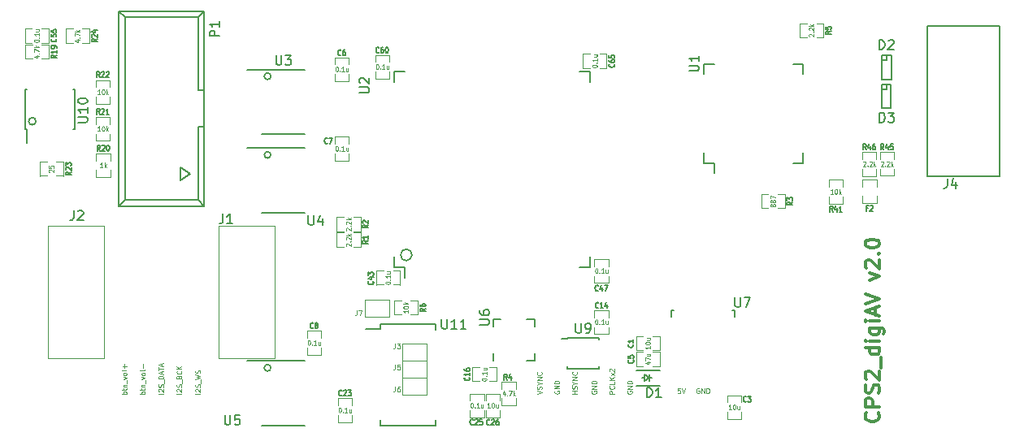
<source format=gto>
G04 #@! TF.FileFunction,Legend,Top*
%FSLAX46Y46*%
G04 Gerber Fmt 4.6, Leading zero omitted, Abs format (unit mm)*
G04 Created by KiCad (PCBNEW 4.0.7+dfsg1-1) date Sun Apr 22 11:28:12 2018*
%MOMM*%
%LPD*%
G01*
G04 APERTURE LIST*
%ADD10C,0.150000*%
%ADD11C,0.300000*%
%ADD12C,0.119380*%
%ADD13C,0.120000*%
%ADD14C,0.100000*%
%ADD15C,0.127000*%
%ADD16C,0.114300*%
G04 APERTURE END LIST*
D10*
D11*
X130815714Y-70711427D02*
X130887143Y-70782856D01*
X130958571Y-70997142D01*
X130958571Y-71139999D01*
X130887143Y-71354284D01*
X130744286Y-71497142D01*
X130601429Y-71568570D01*
X130315714Y-71639999D01*
X130101429Y-71639999D01*
X129815714Y-71568570D01*
X129672857Y-71497142D01*
X129530000Y-71354284D01*
X129458571Y-71139999D01*
X129458571Y-70997142D01*
X129530000Y-70782856D01*
X129601429Y-70711427D01*
X130958571Y-70068570D02*
X129458571Y-70068570D01*
X129458571Y-69497142D01*
X129530000Y-69354284D01*
X129601429Y-69282856D01*
X129744286Y-69211427D01*
X129958571Y-69211427D01*
X130101429Y-69282856D01*
X130172857Y-69354284D01*
X130244286Y-69497142D01*
X130244286Y-70068570D01*
X130887143Y-68639999D02*
X130958571Y-68425713D01*
X130958571Y-68068570D01*
X130887143Y-67925713D01*
X130815714Y-67854284D01*
X130672857Y-67782856D01*
X130530000Y-67782856D01*
X130387143Y-67854284D01*
X130315714Y-67925713D01*
X130244286Y-68068570D01*
X130172857Y-68354284D01*
X130101429Y-68497142D01*
X130030000Y-68568570D01*
X129887143Y-68639999D01*
X129744286Y-68639999D01*
X129601429Y-68568570D01*
X129530000Y-68497142D01*
X129458571Y-68354284D01*
X129458571Y-67997142D01*
X129530000Y-67782856D01*
X129601429Y-67211428D02*
X129530000Y-67139999D01*
X129458571Y-66997142D01*
X129458571Y-66639999D01*
X129530000Y-66497142D01*
X129601429Y-66425713D01*
X129744286Y-66354285D01*
X129887143Y-66354285D01*
X130101429Y-66425713D01*
X130958571Y-67282856D01*
X130958571Y-66354285D01*
X131101429Y-66068571D02*
X131101429Y-64925714D01*
X130958571Y-63925714D02*
X129458571Y-63925714D01*
X130887143Y-63925714D02*
X130958571Y-64068571D01*
X130958571Y-64354285D01*
X130887143Y-64497143D01*
X130815714Y-64568571D01*
X130672857Y-64640000D01*
X130244286Y-64640000D01*
X130101429Y-64568571D01*
X130030000Y-64497143D01*
X129958571Y-64354285D01*
X129958571Y-64068571D01*
X130030000Y-63925714D01*
X130958571Y-63211428D02*
X129958571Y-63211428D01*
X129458571Y-63211428D02*
X129530000Y-63282857D01*
X129601429Y-63211428D01*
X129530000Y-63140000D01*
X129458571Y-63211428D01*
X129601429Y-63211428D01*
X129958571Y-61854285D02*
X131172857Y-61854285D01*
X131315714Y-61925714D01*
X131387143Y-61997142D01*
X131458571Y-62139999D01*
X131458571Y-62354285D01*
X131387143Y-62497142D01*
X130887143Y-61854285D02*
X130958571Y-61997142D01*
X130958571Y-62282856D01*
X130887143Y-62425714D01*
X130815714Y-62497142D01*
X130672857Y-62568571D01*
X130244286Y-62568571D01*
X130101429Y-62497142D01*
X130030000Y-62425714D01*
X129958571Y-62282856D01*
X129958571Y-61997142D01*
X130030000Y-61854285D01*
X130958571Y-61139999D02*
X129958571Y-61139999D01*
X129458571Y-61139999D02*
X129530000Y-61211428D01*
X129601429Y-61139999D01*
X129530000Y-61068571D01*
X129458571Y-61139999D01*
X129601429Y-61139999D01*
X130530000Y-60497142D02*
X130530000Y-59782856D01*
X130958571Y-60639999D02*
X129458571Y-60139999D01*
X130958571Y-59639999D01*
X129458571Y-59354285D02*
X130958571Y-58854285D01*
X129458571Y-58354285D01*
X129958571Y-56854285D02*
X130958571Y-56497142D01*
X129958571Y-56140000D01*
X129601429Y-55640000D02*
X129530000Y-55568571D01*
X129458571Y-55425714D01*
X129458571Y-55068571D01*
X129530000Y-54925714D01*
X129601429Y-54854285D01*
X129744286Y-54782857D01*
X129887143Y-54782857D01*
X130101429Y-54854285D01*
X130958571Y-55711428D01*
X130958571Y-54782857D01*
X130815714Y-54140000D02*
X130887143Y-54068572D01*
X130958571Y-54140000D01*
X130887143Y-54211429D01*
X130815714Y-54140000D01*
X130958571Y-54140000D01*
X129458571Y-53140000D02*
X129458571Y-52997143D01*
X129530000Y-52854286D01*
X129601429Y-52782857D01*
X129744286Y-52711428D01*
X130030000Y-52640000D01*
X130387143Y-52640000D01*
X130672857Y-52711428D01*
X130815714Y-52782857D01*
X130887143Y-52854286D01*
X130958571Y-52997143D01*
X130958571Y-53140000D01*
X130887143Y-53282857D01*
X130815714Y-53354286D01*
X130672857Y-53425714D01*
X130387143Y-53497143D01*
X130030000Y-53497143D01*
X129744286Y-53425714D01*
X129601429Y-53354286D01*
X129530000Y-53282857D01*
X129458571Y-53140000D01*
D10*
X52335000Y-48539000D02*
X51700000Y-49174000D01*
X59955000Y-48539000D02*
X60590000Y-49174000D01*
X59955000Y-29489000D02*
X60590000Y-28854000D01*
X52335000Y-29489000D02*
X51700000Y-28854000D01*
X60590000Y-37109000D02*
X59955000Y-37109000D01*
X59955000Y-37109000D02*
X59955000Y-29489000D01*
X59955000Y-29489000D02*
X52335000Y-29489000D01*
X52335000Y-29489000D02*
X52335000Y-48539000D01*
X52335000Y-48539000D02*
X59955000Y-48539000D01*
X59955000Y-48539000D02*
X59955000Y-40919000D01*
X59955000Y-40919000D02*
X60590000Y-40919000D01*
X60590000Y-49174000D02*
X60590000Y-28854000D01*
X51700000Y-28854000D02*
X51700000Y-49174000D01*
X51700000Y-49174000D02*
X60590000Y-49174000D01*
X51700000Y-28854000D02*
X60590000Y-28854000D01*
X58113500Y-46512080D02*
X59182840Y-45813580D01*
X59182840Y-45813580D02*
X58113500Y-45112540D01*
X58113500Y-45112540D02*
X58113500Y-46512080D01*
X143451000Y-30361000D02*
X143451000Y-46061000D01*
X143451000Y-46061000D02*
X135951000Y-46061000D01*
X135951000Y-46061000D02*
X135951000Y-30361000D01*
X135951000Y-30361000D02*
X143451000Y-30361000D01*
D12*
X130634060Y-44279620D02*
X130634060Y-43581120D01*
X130634060Y-45280380D02*
X130634060Y-45978880D01*
X129165940Y-44279620D02*
X129165940Y-43581120D01*
X129165940Y-45978880D02*
X129165940Y-45280380D01*
X129163400Y-43540480D02*
X130636600Y-43540480D01*
X130636600Y-46019520D02*
X129163400Y-46019520D01*
X132464060Y-44273620D02*
X132464060Y-43575120D01*
X132464060Y-45274380D02*
X132464060Y-45972880D01*
X130995940Y-44273620D02*
X130995940Y-43575120D01*
X130995940Y-45972880D02*
X130995940Y-45274380D01*
X130993400Y-43534480D02*
X132466600Y-43534480D01*
X132466600Y-46013520D02*
X130993400Y-46013520D01*
X130644060Y-47129620D02*
X130644060Y-46431120D01*
X130644060Y-48130380D02*
X130644060Y-48828880D01*
X129175940Y-47129620D02*
X129175940Y-46431120D01*
X129175940Y-48828880D02*
X129175940Y-48130380D01*
X129173400Y-46390480D02*
X130646600Y-46390480D01*
X130646600Y-48869520D02*
X129173400Y-48869520D01*
X125655940Y-48170380D02*
X125655940Y-48868880D01*
X125655940Y-47169620D02*
X125655940Y-46471120D01*
X127124060Y-48170380D02*
X127124060Y-48868880D01*
X127124060Y-46471120D02*
X127124060Y-47169620D01*
X127126600Y-48909520D02*
X125653400Y-48909520D01*
X125653400Y-46430480D02*
X127126600Y-46430480D01*
X46919620Y-30685940D02*
X46221120Y-30685940D01*
X47920380Y-30685940D02*
X48618880Y-30685940D01*
X46919620Y-32154060D02*
X46221120Y-32154060D01*
X48618880Y-32154060D02*
X47920380Y-32154060D01*
X46180480Y-32156600D02*
X46180480Y-30683400D01*
X48659520Y-30683400D02*
X48659520Y-32156600D01*
X44199620Y-44545940D02*
X43501120Y-44545940D01*
X45200380Y-44545940D02*
X45898880Y-44545940D01*
X44199620Y-46014060D02*
X43501120Y-46014060D01*
X45898880Y-46014060D02*
X45200380Y-46014060D01*
X43460480Y-46016600D02*
X43460480Y-44543400D01*
X45939520Y-44543400D02*
X45939520Y-46016600D01*
X50784060Y-36773620D02*
X50784060Y-36075120D01*
X50784060Y-37774380D02*
X50784060Y-38472880D01*
X49315940Y-36773620D02*
X49315940Y-36075120D01*
X49315940Y-38472880D02*
X49315940Y-37774380D01*
X49313400Y-36034480D02*
X50786600Y-36034480D01*
X50786600Y-38513520D02*
X49313400Y-38513520D01*
X50784060Y-40623620D02*
X50784060Y-39925120D01*
X50784060Y-41624380D02*
X50784060Y-42322880D01*
X49315940Y-40623620D02*
X49315940Y-39925120D01*
X49315940Y-42322880D02*
X49315940Y-41624380D01*
X49313400Y-39884480D02*
X50786600Y-39884480D01*
X50786600Y-42363520D02*
X49313400Y-42363520D01*
X49345940Y-45414380D02*
X49345940Y-46112880D01*
X49345940Y-44413620D02*
X49345940Y-43715120D01*
X50814060Y-45414380D02*
X50814060Y-46112880D01*
X50814060Y-43715120D02*
X50814060Y-44413620D01*
X50816600Y-46153520D02*
X49343400Y-46153520D01*
X49343400Y-43674480D02*
X50816600Y-43674480D01*
X42679620Y-32345940D02*
X41981120Y-32345940D01*
X43680380Y-32345940D02*
X44378880Y-32345940D01*
X42679620Y-33814060D02*
X41981120Y-33814060D01*
X44378880Y-33814060D02*
X43680380Y-33814060D01*
X41940480Y-33816600D02*
X41940480Y-32343400D01*
X44419520Y-32343400D02*
X44419520Y-33816600D01*
X101790380Y-34768060D02*
X102488880Y-34768060D01*
X100789620Y-34768060D02*
X100091120Y-34768060D01*
X101790380Y-33299940D02*
X102488880Y-33299940D01*
X100091120Y-33299940D02*
X100789620Y-33299940D01*
X102529520Y-33297400D02*
X102529520Y-34770600D01*
X100050480Y-34770600D02*
X100050480Y-33297400D01*
X79894060Y-34153620D02*
X79894060Y-33455120D01*
X79894060Y-35154380D02*
X79894060Y-35852880D01*
X78425940Y-34153620D02*
X78425940Y-33455120D01*
X78425940Y-35852880D02*
X78425940Y-35154380D01*
X78423400Y-33414480D02*
X79896600Y-33414480D01*
X79896600Y-35893520D02*
X78423400Y-35893520D01*
X42669620Y-30665940D02*
X41971120Y-30665940D01*
X43670380Y-30665940D02*
X44368880Y-30665940D01*
X42669620Y-32134060D02*
X41971120Y-32134060D01*
X44368880Y-32134060D02*
X43670380Y-32134060D01*
X41930480Y-32136600D02*
X41930480Y-30663400D01*
X44409520Y-30663400D02*
X44409520Y-32136600D01*
X101255940Y-56444380D02*
X101255940Y-57142880D01*
X101255940Y-55443620D02*
X101255940Y-54745120D01*
X102724060Y-56444380D02*
X102724060Y-57142880D01*
X102724060Y-54745120D02*
X102724060Y-55443620D01*
X102726600Y-57183520D02*
X101253400Y-57183520D01*
X101253400Y-54704480D02*
X102726600Y-54704480D01*
X79269620Y-55889940D02*
X78571120Y-55889940D01*
X80270380Y-55889940D02*
X80968880Y-55889940D01*
X79269620Y-57358060D02*
X78571120Y-57358060D01*
X80968880Y-57358060D02*
X80270380Y-57358060D01*
X78530480Y-57360600D02*
X78530480Y-55887400D01*
X81009520Y-55887400D02*
X81009520Y-57360600D01*
D10*
X43069114Y-40321900D02*
G75*
G03X43069114Y-40321900I-378554J0D01*
G01*
X41985000Y-41165000D02*
X42130000Y-41165000D01*
X41985000Y-37015000D02*
X42130000Y-37015000D01*
X47135000Y-37015000D02*
X46990000Y-37015000D01*
X47135000Y-41165000D02*
X46990000Y-41165000D01*
X41985000Y-41165000D02*
X41985000Y-37015000D01*
X47135000Y-41165000D02*
X47135000Y-37015000D01*
X42130000Y-41165000D02*
X42130000Y-42565000D01*
D12*
X106329620Y-62739940D02*
X105631120Y-62739940D01*
X107330380Y-62739940D02*
X108028880Y-62739940D01*
X106329620Y-64208060D02*
X105631120Y-64208060D01*
X108028880Y-64208060D02*
X107330380Y-64208060D01*
X105590480Y-64210600D02*
X105590480Y-62737400D01*
X108069520Y-62737400D02*
X108069520Y-64210600D01*
X115085940Y-70624380D02*
X115085940Y-71322880D01*
X115085940Y-69623620D02*
X115085940Y-68925120D01*
X116554060Y-70624380D02*
X116554060Y-71322880D01*
X116554060Y-68925120D02*
X116554060Y-69623620D01*
X116556600Y-71363520D02*
X115083400Y-71363520D01*
X115083400Y-68884480D02*
X116556600Y-68884480D01*
X106329620Y-64359940D02*
X105631120Y-64359940D01*
X107330380Y-64359940D02*
X108028880Y-64359940D01*
X106329620Y-65828060D02*
X105631120Y-65828060D01*
X108028880Y-65828060D02*
X107330380Y-65828060D01*
X105590480Y-65830600D02*
X105590480Y-64357400D01*
X108069520Y-64357400D02*
X108069520Y-65830600D01*
X75674060Y-34403620D02*
X75674060Y-33705120D01*
X75674060Y-35404380D02*
X75674060Y-36102880D01*
X74205940Y-34403620D02*
X74205940Y-33705120D01*
X74205940Y-36102880D02*
X74205940Y-35404380D01*
X74203400Y-33664480D02*
X75676600Y-33664480D01*
X75676600Y-36143520D02*
X74203400Y-36143520D01*
X75674060Y-42673620D02*
X75674060Y-41975120D01*
X75674060Y-43674380D02*
X75674060Y-44372880D01*
X74205940Y-42673620D02*
X74205940Y-41975120D01*
X74205940Y-44372880D02*
X74205940Y-43674380D01*
X74203400Y-41934480D02*
X75676600Y-41934480D01*
X75676600Y-44413520D02*
X74203400Y-44413520D01*
X71305940Y-63914380D02*
X71305940Y-64612880D01*
X71305940Y-62913620D02*
X71305940Y-62215120D01*
X72774060Y-63914380D02*
X72774060Y-64612880D01*
X72774060Y-62215120D02*
X72774060Y-62913620D01*
X72776600Y-64653520D02*
X71303400Y-64653520D01*
X71303400Y-62174480D02*
X72776600Y-62174480D01*
X75139620Y-51935940D02*
X74441120Y-51935940D01*
X76140380Y-51935940D02*
X76838880Y-51935940D01*
X75139620Y-53404060D02*
X74441120Y-53404060D01*
X76838880Y-53404060D02*
X76140380Y-53404060D01*
X74400480Y-53406600D02*
X74400480Y-51933400D01*
X76879520Y-51933400D02*
X76879520Y-53406600D01*
X75139620Y-50315940D02*
X74441120Y-50315940D01*
X76140380Y-50315940D02*
X76838880Y-50315940D01*
X75139620Y-51784060D02*
X74441120Y-51784060D01*
X76838880Y-51784060D02*
X76140380Y-51784060D01*
X74400480Y-51786600D02*
X74400480Y-50313400D01*
X76879520Y-50313400D02*
X76879520Y-51786600D01*
D10*
X106490000Y-67074000D02*
X106240000Y-67074000D01*
X106990000Y-67074000D02*
X107240000Y-67074000D01*
X106990000Y-67074000D02*
X106490000Y-67424000D01*
X106490000Y-67424000D02*
X106490000Y-66724000D01*
X106490000Y-66724000D02*
X106990000Y-67074000D01*
X106990000Y-67424000D02*
X106990000Y-66724000D01*
X108040000Y-66274000D02*
X105640000Y-66274000D01*
X108040000Y-67874000D02*
X105640000Y-67874000D01*
D12*
X119369620Y-47929940D02*
X118671120Y-47929940D01*
X120370380Y-47929940D02*
X121068880Y-47929940D01*
X119369620Y-49398060D02*
X118671120Y-49398060D01*
X121068880Y-49398060D02*
X120370380Y-49398060D01*
X118630480Y-49400600D02*
X118630480Y-47927400D01*
X121109520Y-47927400D02*
X121109520Y-49400600D01*
X102724060Y-60763620D02*
X102724060Y-60065120D01*
X102724060Y-61764380D02*
X102724060Y-62462880D01*
X101255940Y-60763620D02*
X101255940Y-60065120D01*
X101255940Y-62462880D02*
X101255940Y-61764380D01*
X101253400Y-60024480D02*
X102726600Y-60024480D01*
X102726600Y-62503520D02*
X101253400Y-62503520D01*
D10*
X67541538Y-35627920D02*
G75*
G03X67541538Y-35627920I-339838J0D01*
G01*
X66615000Y-41675000D02*
X71065000Y-41675000D01*
X65090000Y-34925000D02*
X71065000Y-34925000D01*
X67541538Y-43827920D02*
G75*
G03X67541538Y-43827920I-339838J0D01*
G01*
X66615000Y-49875000D02*
X71065000Y-49875000D01*
X65090000Y-43125000D02*
X71065000Y-43125000D01*
X67541538Y-66017920D02*
G75*
G03X67541538Y-66017920I-339838J0D01*
G01*
X66615000Y-72065000D02*
X71065000Y-72065000D01*
X65090000Y-65315000D02*
X71065000Y-65315000D01*
X98440600Y-62865600D02*
X98440600Y-62990600D01*
X101690600Y-62865600D02*
X101690600Y-63090600D01*
X101690600Y-66115600D02*
X101690600Y-65890600D01*
X98440600Y-66115600D02*
X98440600Y-65890600D01*
X98440600Y-62865600D02*
X101690600Y-62865600D01*
X98440600Y-66115600D02*
X101690600Y-66115600D01*
X98440600Y-62990600D02*
X97865600Y-62990600D01*
D12*
X91605940Y-69204380D02*
X91605940Y-69902880D01*
X91605940Y-68203620D02*
X91605940Y-67505120D01*
X93074060Y-69204380D02*
X93074060Y-69902880D01*
X93074060Y-67505120D02*
X93074060Y-68203620D01*
X93076600Y-69943520D02*
X91603400Y-69943520D01*
X91603400Y-67464480D02*
X93076600Y-67464480D01*
D10*
X131673500Y-33519140D02*
X131673500Y-33960400D01*
X131673500Y-33960400D02*
X131216300Y-33960400D01*
X132173500Y-33460400D02*
X132173500Y-35960400D01*
X132173500Y-35960400D02*
X131173500Y-35960400D01*
X131173500Y-35960400D02*
X131173500Y-33460400D01*
X131173500Y-33460400D02*
X132173500Y-33460400D01*
X131660800Y-36519040D02*
X131660800Y-36960300D01*
X131660800Y-36960300D02*
X131203600Y-36960300D01*
X132160800Y-36460300D02*
X132160800Y-38960300D01*
X132160800Y-38960300D02*
X131160800Y-38960300D01*
X131160800Y-38960300D02*
X131160800Y-36460300D01*
X131160800Y-36460300D02*
X132160800Y-36460300D01*
D12*
X90290380Y-67428060D02*
X90988880Y-67428060D01*
X89289620Y-67428060D02*
X88591120Y-67428060D01*
X90290380Y-65959940D02*
X90988880Y-65959940D01*
X88591120Y-65959940D02*
X89289620Y-65959940D01*
X91029520Y-65957400D02*
X91029520Y-67430600D01*
X88550480Y-67430600D02*
X88550480Y-65957400D01*
X123379620Y-30115940D02*
X122681120Y-30115940D01*
X124380380Y-30115940D02*
X125078880Y-30115940D01*
X123379620Y-31584060D02*
X122681120Y-31584060D01*
X125078880Y-31584060D02*
X124380380Y-31584060D01*
X122640480Y-31586600D02*
X122640480Y-30113400D01*
X125119520Y-30113400D02*
X125119520Y-31586600D01*
X74525940Y-70944380D02*
X74525940Y-71642880D01*
X74525940Y-69943620D02*
X74525940Y-69245120D01*
X75994060Y-70944380D02*
X75994060Y-71642880D01*
X75994060Y-69245120D02*
X75994060Y-69943620D01*
X75996600Y-71683520D02*
X74523400Y-71683520D01*
X74523400Y-69204480D02*
X75996600Y-69204480D01*
X88285940Y-70454380D02*
X88285940Y-71152880D01*
X88285940Y-69453620D02*
X88285940Y-68755120D01*
X89754060Y-70454380D02*
X89754060Y-71152880D01*
X89754060Y-68755120D02*
X89754060Y-69453620D01*
X89756600Y-71193520D02*
X88283400Y-71193520D01*
X88283400Y-68714480D02*
X89756600Y-68714480D01*
X89935940Y-70454380D02*
X89935940Y-71152880D01*
X89935940Y-69453620D02*
X89935940Y-68755120D01*
X91404060Y-70454380D02*
X91404060Y-71152880D01*
X91404060Y-68755120D02*
X91404060Y-69453620D01*
X91406600Y-71193520D02*
X89933400Y-71193520D01*
X89933400Y-68714480D02*
X91406600Y-68714480D01*
D13*
X81210000Y-65310000D02*
X83750000Y-65310000D01*
X83750000Y-63530000D02*
X81210000Y-63530000D01*
X83750000Y-63530000D02*
X83750000Y-65310000D01*
X81210000Y-65310000D02*
X81210000Y-63530000D01*
X81210000Y-67090000D02*
X83750000Y-67090000D01*
X83750000Y-65310000D02*
X81210000Y-65310000D01*
X83750000Y-65310000D02*
X83750000Y-67090000D01*
X81210000Y-67090000D02*
X81210000Y-65310000D01*
X81210000Y-68870000D02*
X83750000Y-68870000D01*
X83750000Y-67090000D02*
X81210000Y-67090000D01*
X83750000Y-67090000D02*
X83750000Y-68870000D01*
X81210000Y-68870000D02*
X81210000Y-67090000D01*
D10*
X78995000Y-61425000D02*
X78995000Y-62000000D01*
X84745000Y-61425000D02*
X84745000Y-62075000D01*
X84745000Y-72075000D02*
X84745000Y-71425000D01*
X78995000Y-72075000D02*
X78995000Y-71425000D01*
X78995000Y-61425000D02*
X84745000Y-61425000D01*
X78995000Y-72075000D02*
X84745000Y-72075000D01*
X78995000Y-62000000D02*
X77395000Y-62000000D01*
D13*
X77350000Y-60724000D02*
X79890000Y-60724000D01*
X79890000Y-58944000D02*
X77350000Y-58944000D01*
X79890000Y-58944000D02*
X79890000Y-60724000D01*
X77350000Y-60724000D02*
X77350000Y-58944000D01*
D12*
X81119620Y-59009940D02*
X80421120Y-59009940D01*
X82120380Y-59009940D02*
X82818880Y-59009940D01*
X81119620Y-60478060D02*
X80421120Y-60478060D01*
X82818880Y-60478060D02*
X82120380Y-60478060D01*
X80380480Y-60480600D02*
X80380480Y-59007400D01*
X82859520Y-59007400D02*
X82859520Y-60480600D01*
D13*
X67935000Y-51254000D02*
X62135000Y-51254000D01*
X62135000Y-51254000D02*
X62135000Y-65054000D01*
X62135000Y-65054000D02*
X67935000Y-65054000D01*
X67935000Y-65054000D02*
X67935000Y-51254000D01*
X50155000Y-51254000D02*
X44355000Y-51254000D01*
X44355000Y-51254000D02*
X44355000Y-65054000D01*
X44355000Y-65054000D02*
X50155000Y-65054000D01*
X50155000Y-65054000D02*
X50155000Y-51254000D01*
D10*
X112655600Y-44684200D02*
X113730600Y-44684200D01*
X112655600Y-34334200D02*
X113730600Y-34334200D01*
X123005600Y-34334200D02*
X121930600Y-34334200D01*
X123005600Y-44684200D02*
X121930600Y-44684200D01*
X112655600Y-44684200D02*
X112655600Y-43609200D01*
X123005600Y-44684200D02*
X123005600Y-43609200D01*
X123005600Y-34334200D02*
X123005600Y-35409200D01*
X112655600Y-34334200D02*
X112655600Y-35409200D01*
X113730600Y-44684200D02*
X113730600Y-45709200D01*
X82246652Y-54252940D02*
G75*
G03X82246652Y-54252940I-590292J0D01*
G01*
X80412000Y-55510000D02*
X81487000Y-55510000D01*
X80412000Y-35160000D02*
X81487000Y-35160000D01*
X100762000Y-35160000D02*
X99687000Y-35160000D01*
X100762000Y-55510000D02*
X99687000Y-55510000D01*
X80412000Y-55510000D02*
X80412000Y-54435000D01*
X100762000Y-55510000D02*
X100762000Y-54435000D01*
X100762000Y-35160000D02*
X100762000Y-36235000D01*
X80412000Y-35160000D02*
X80412000Y-36235000D01*
X81487000Y-55510000D02*
X81487000Y-56610000D01*
X115685260Y-60042820D02*
X115637000Y-60042820D01*
X109249000Y-60733700D02*
X109249000Y-60032660D01*
X109249000Y-60032660D02*
X109497920Y-60032660D01*
X115685260Y-60042820D02*
X115885920Y-60042820D01*
X115885920Y-60042820D02*
X115885920Y-60743860D01*
X90698000Y-60969000D02*
X91473000Y-60969000D01*
X94998000Y-65269000D02*
X94223000Y-65269000D01*
X94998000Y-60969000D02*
X94223000Y-60969000D01*
X90698000Y-65269000D02*
X90698000Y-64494000D01*
X94998000Y-65269000D02*
X94998000Y-64494000D01*
X94998000Y-60969000D02*
X94998000Y-61744000D01*
X90698000Y-60969000D02*
X90698000Y-61744000D01*
D14*
X103329810Y-68728191D02*
X102821810Y-68728191D01*
X102821810Y-68534667D01*
X102846000Y-68486286D01*
X102870190Y-68462095D01*
X102918571Y-68437905D01*
X102991143Y-68437905D01*
X103039524Y-68462095D01*
X103063714Y-68486286D01*
X103087905Y-68534667D01*
X103087905Y-68728191D01*
X103281429Y-67929905D02*
X103305619Y-67954095D01*
X103329810Y-68026667D01*
X103329810Y-68075048D01*
X103305619Y-68147619D01*
X103257238Y-68196000D01*
X103208857Y-68220191D01*
X103112095Y-68244381D01*
X103039524Y-68244381D01*
X102942762Y-68220191D01*
X102894381Y-68196000D01*
X102846000Y-68147619D01*
X102821810Y-68075048D01*
X102821810Y-68026667D01*
X102846000Y-67954095D01*
X102870190Y-67929905D01*
X103329810Y-67470286D02*
X103329810Y-67712191D01*
X102821810Y-67712191D01*
X103329810Y-67300953D02*
X102821810Y-67300953D01*
X103329810Y-67010667D02*
X103039524Y-67228381D01*
X102821810Y-67010667D02*
X103112095Y-67300953D01*
X103329810Y-66841334D02*
X102991143Y-66575238D01*
X102991143Y-66841334D02*
X103329810Y-66575238D01*
X102870190Y-66405905D02*
X102846000Y-66381715D01*
X102821810Y-66333334D01*
X102821810Y-66212381D01*
X102846000Y-66164000D01*
X102870190Y-66139810D01*
X102918571Y-66115619D01*
X102966952Y-66115619D01*
X103039524Y-66139810D01*
X103329810Y-66430096D01*
X103329810Y-66115619D01*
X95261810Y-68723048D02*
X95769810Y-68553715D01*
X95261810Y-68384381D01*
X95745619Y-68239238D02*
X95769810Y-68166667D01*
X95769810Y-68045714D01*
X95745619Y-67997333D01*
X95721429Y-67973143D01*
X95673048Y-67948952D01*
X95624667Y-67948952D01*
X95576286Y-67973143D01*
X95552095Y-67997333D01*
X95527905Y-68045714D01*
X95503714Y-68142476D01*
X95479524Y-68190857D01*
X95455333Y-68215048D01*
X95406952Y-68239238D01*
X95358571Y-68239238D01*
X95310190Y-68215048D01*
X95286000Y-68190857D01*
X95261810Y-68142476D01*
X95261810Y-68021524D01*
X95286000Y-67948952D01*
X95527905Y-67634476D02*
X95769810Y-67634476D01*
X95261810Y-67803809D02*
X95527905Y-67634476D01*
X95261810Y-67465142D01*
X95769810Y-67295809D02*
X95261810Y-67295809D01*
X95769810Y-67005523D01*
X95261810Y-67005523D01*
X95721429Y-66473333D02*
X95745619Y-66497523D01*
X95769810Y-66570095D01*
X95769810Y-66618476D01*
X95745619Y-66691047D01*
X95697238Y-66739428D01*
X95648857Y-66763619D01*
X95552095Y-66787809D01*
X95479524Y-66787809D01*
X95382762Y-66763619D01*
X95334381Y-66739428D01*
X95286000Y-66691047D01*
X95261810Y-66618476D01*
X95261810Y-66570095D01*
X95286000Y-66497523D01*
X95310190Y-66473333D01*
X99449810Y-68728857D02*
X98941810Y-68728857D01*
X99183714Y-68728857D02*
X99183714Y-68438571D01*
X99449810Y-68438571D02*
X98941810Y-68438571D01*
X99425619Y-68220857D02*
X99449810Y-68148286D01*
X99449810Y-68027333D01*
X99425619Y-67978952D01*
X99401429Y-67954762D01*
X99353048Y-67930571D01*
X99304667Y-67930571D01*
X99256286Y-67954762D01*
X99232095Y-67978952D01*
X99207905Y-68027333D01*
X99183714Y-68124095D01*
X99159524Y-68172476D01*
X99135333Y-68196667D01*
X99086952Y-68220857D01*
X99038571Y-68220857D01*
X98990190Y-68196667D01*
X98966000Y-68172476D01*
X98941810Y-68124095D01*
X98941810Y-68003143D01*
X98966000Y-67930571D01*
X99207905Y-67616095D02*
X99449810Y-67616095D01*
X98941810Y-67785428D02*
X99207905Y-67616095D01*
X98941810Y-67446761D01*
X99449810Y-67277428D02*
X98941810Y-67277428D01*
X99449810Y-66987142D01*
X98941810Y-66987142D01*
X99401429Y-66454952D02*
X99425619Y-66479142D01*
X99449810Y-66551714D01*
X99449810Y-66600095D01*
X99425619Y-66672666D01*
X99377238Y-66721047D01*
X99328857Y-66745238D01*
X99232095Y-66769428D01*
X99159524Y-66769428D01*
X99062762Y-66745238D01*
X99014381Y-66721047D01*
X98966000Y-66672666D01*
X98941810Y-66600095D01*
X98941810Y-66551714D01*
X98966000Y-66479142D01*
X98990190Y-66454952D01*
X100976000Y-68441047D02*
X100951810Y-68489428D01*
X100951810Y-68562000D01*
X100976000Y-68634571D01*
X101024381Y-68682952D01*
X101072762Y-68707143D01*
X101169524Y-68731333D01*
X101242095Y-68731333D01*
X101338857Y-68707143D01*
X101387238Y-68682952D01*
X101435619Y-68634571D01*
X101459810Y-68562000D01*
X101459810Y-68513619D01*
X101435619Y-68441047D01*
X101411429Y-68416857D01*
X101242095Y-68416857D01*
X101242095Y-68513619D01*
X101459810Y-68199143D02*
X100951810Y-68199143D01*
X101459810Y-67908857D01*
X100951810Y-67908857D01*
X101459810Y-67666953D02*
X100951810Y-67666953D01*
X100951810Y-67546000D01*
X100976000Y-67473429D01*
X101024381Y-67425048D01*
X101072762Y-67400857D01*
X101169524Y-67376667D01*
X101242095Y-67376667D01*
X101338857Y-67400857D01*
X101387238Y-67425048D01*
X101435619Y-67473429D01*
X101459810Y-67546000D01*
X101459810Y-67666953D01*
X112163253Y-68175200D02*
X112114872Y-68151010D01*
X112042300Y-68151010D01*
X111969729Y-68175200D01*
X111921348Y-68223581D01*
X111897157Y-68271962D01*
X111872967Y-68368724D01*
X111872967Y-68441295D01*
X111897157Y-68538057D01*
X111921348Y-68586438D01*
X111969729Y-68634819D01*
X112042300Y-68659010D01*
X112090681Y-68659010D01*
X112163253Y-68634819D01*
X112187443Y-68610629D01*
X112187443Y-68441295D01*
X112090681Y-68441295D01*
X112405157Y-68659010D02*
X112405157Y-68151010D01*
X112695443Y-68659010D01*
X112695443Y-68151010D01*
X112937347Y-68659010D02*
X112937347Y-68151010D01*
X113058300Y-68151010D01*
X113130871Y-68175200D01*
X113179252Y-68223581D01*
X113203443Y-68271962D01*
X113227633Y-68368724D01*
X113227633Y-68441295D01*
X113203443Y-68538057D01*
X113179252Y-68586438D01*
X113130871Y-68634819D01*
X113058300Y-68659010D01*
X112937347Y-68659010D01*
X104696000Y-68441047D02*
X104671810Y-68489428D01*
X104671810Y-68562000D01*
X104696000Y-68634571D01*
X104744381Y-68682952D01*
X104792762Y-68707143D01*
X104889524Y-68731333D01*
X104962095Y-68731333D01*
X105058857Y-68707143D01*
X105107238Y-68682952D01*
X105155619Y-68634571D01*
X105179810Y-68562000D01*
X105179810Y-68513619D01*
X105155619Y-68441047D01*
X105131429Y-68416857D01*
X104962095Y-68416857D01*
X104962095Y-68513619D01*
X105179810Y-68199143D02*
X104671810Y-68199143D01*
X105179810Y-67908857D01*
X104671810Y-67908857D01*
X105179810Y-67666953D02*
X104671810Y-67666953D01*
X104671810Y-67546000D01*
X104696000Y-67473429D01*
X104744381Y-67425048D01*
X104792762Y-67400857D01*
X104889524Y-67376667D01*
X104962095Y-67376667D01*
X105058857Y-67400857D01*
X105107238Y-67425048D01*
X105155619Y-67473429D01*
X105179810Y-67546000D01*
X105179810Y-67666953D01*
X97116000Y-68431047D02*
X97091810Y-68479428D01*
X97091810Y-68552000D01*
X97116000Y-68624571D01*
X97164381Y-68672952D01*
X97212762Y-68697143D01*
X97309524Y-68721333D01*
X97382095Y-68721333D01*
X97478857Y-68697143D01*
X97527238Y-68672952D01*
X97575619Y-68624571D01*
X97599810Y-68552000D01*
X97599810Y-68503619D01*
X97575619Y-68431047D01*
X97551429Y-68406857D01*
X97382095Y-68406857D01*
X97382095Y-68503619D01*
X97599810Y-68189143D02*
X97091810Y-68189143D01*
X97599810Y-67898857D01*
X97091810Y-67898857D01*
X97599810Y-67656953D02*
X97091810Y-67656953D01*
X97091810Y-67536000D01*
X97116000Y-67463429D01*
X97164381Y-67415048D01*
X97212762Y-67390857D01*
X97309524Y-67366667D01*
X97382095Y-67366667D01*
X97478857Y-67390857D01*
X97527238Y-67415048D01*
X97575619Y-67463429D01*
X97599810Y-67536000D01*
X97599810Y-67656953D01*
X54439810Y-68742191D02*
X53931810Y-68742191D01*
X54125333Y-68742191D02*
X54101143Y-68693810D01*
X54101143Y-68597048D01*
X54125333Y-68548667D01*
X54149524Y-68524476D01*
X54197905Y-68500286D01*
X54343048Y-68500286D01*
X54391429Y-68524476D01*
X54415619Y-68548667D01*
X54439810Y-68597048D01*
X54439810Y-68693810D01*
X54415619Y-68742191D01*
X54101143Y-68355143D02*
X54101143Y-68161619D01*
X53931810Y-68282572D02*
X54367238Y-68282572D01*
X54415619Y-68258381D01*
X54439810Y-68210000D01*
X54439810Y-68161619D01*
X54101143Y-67992286D02*
X54439810Y-67992286D01*
X54149524Y-67992286D02*
X54125333Y-67968095D01*
X54101143Y-67919714D01*
X54101143Y-67847143D01*
X54125333Y-67798762D01*
X54173714Y-67774571D01*
X54439810Y-67774571D01*
X54488190Y-67653619D02*
X54488190Y-67266571D01*
X54101143Y-67194000D02*
X54439810Y-67073047D01*
X54101143Y-66952095D01*
X54439810Y-66685999D02*
X54415619Y-66734380D01*
X54391429Y-66758571D01*
X54343048Y-66782761D01*
X54197905Y-66782761D01*
X54149524Y-66758571D01*
X54125333Y-66734380D01*
X54101143Y-66685999D01*
X54101143Y-66613428D01*
X54125333Y-66565047D01*
X54149524Y-66540856D01*
X54197905Y-66516666D01*
X54343048Y-66516666D01*
X54391429Y-66540856D01*
X54415619Y-66565047D01*
X54439810Y-66613428D01*
X54439810Y-66685999D01*
X54439810Y-66226380D02*
X54415619Y-66274761D01*
X54367238Y-66298952D01*
X53931810Y-66298952D01*
X54246286Y-66032857D02*
X54246286Y-65645809D01*
X52499810Y-68742191D02*
X51991810Y-68742191D01*
X52185333Y-68742191D02*
X52161143Y-68693810D01*
X52161143Y-68597048D01*
X52185333Y-68548667D01*
X52209524Y-68524476D01*
X52257905Y-68500286D01*
X52403048Y-68500286D01*
X52451429Y-68524476D01*
X52475619Y-68548667D01*
X52499810Y-68597048D01*
X52499810Y-68693810D01*
X52475619Y-68742191D01*
X52161143Y-68355143D02*
X52161143Y-68161619D01*
X51991810Y-68282572D02*
X52427238Y-68282572D01*
X52475619Y-68258381D01*
X52499810Y-68210000D01*
X52499810Y-68161619D01*
X52161143Y-67992286D02*
X52499810Y-67992286D01*
X52209524Y-67992286D02*
X52185333Y-67968095D01*
X52161143Y-67919714D01*
X52161143Y-67847143D01*
X52185333Y-67798762D01*
X52233714Y-67774571D01*
X52499810Y-67774571D01*
X52548190Y-67653619D02*
X52548190Y-67266571D01*
X52161143Y-67194000D02*
X52499810Y-67073047D01*
X52161143Y-66952095D01*
X52499810Y-66685999D02*
X52475619Y-66734380D01*
X52451429Y-66758571D01*
X52403048Y-66782761D01*
X52257905Y-66782761D01*
X52209524Y-66758571D01*
X52185333Y-66734380D01*
X52161143Y-66685999D01*
X52161143Y-66613428D01*
X52185333Y-66565047D01*
X52209524Y-66540856D01*
X52257905Y-66516666D01*
X52403048Y-66516666D01*
X52451429Y-66540856D01*
X52475619Y-66565047D01*
X52499810Y-66613428D01*
X52499810Y-66685999D01*
X52499810Y-66226380D02*
X52475619Y-66274761D01*
X52427238Y-66298952D01*
X51991810Y-66298952D01*
X52306286Y-66032857D02*
X52306286Y-65645809D01*
X52499810Y-65839333D02*
X52112762Y-65839333D01*
X56359810Y-68734287D02*
X55851810Y-68734287D01*
X55900190Y-68516572D02*
X55876000Y-68492382D01*
X55851810Y-68444001D01*
X55851810Y-68323048D01*
X55876000Y-68274667D01*
X55900190Y-68250477D01*
X55948571Y-68226286D01*
X55996952Y-68226286D01*
X56069524Y-68250477D01*
X56359810Y-68540763D01*
X56359810Y-68226286D01*
X56335619Y-68032762D02*
X56359810Y-67960191D01*
X56359810Y-67839238D01*
X56335619Y-67790857D01*
X56311429Y-67766667D01*
X56263048Y-67742476D01*
X56214667Y-67742476D01*
X56166286Y-67766667D01*
X56142095Y-67790857D01*
X56117905Y-67839238D01*
X56093714Y-67936000D01*
X56069524Y-67984381D01*
X56045333Y-68008572D01*
X55996952Y-68032762D01*
X55948571Y-68032762D01*
X55900190Y-68008572D01*
X55876000Y-67984381D01*
X55851810Y-67936000D01*
X55851810Y-67815048D01*
X55876000Y-67742476D01*
X56408190Y-67645714D02*
X56408190Y-67258666D01*
X56359810Y-67137714D02*
X55851810Y-67137714D01*
X55851810Y-67016761D01*
X55876000Y-66944190D01*
X55924381Y-66895809D01*
X55972762Y-66871618D01*
X56069524Y-66847428D01*
X56142095Y-66847428D01*
X56238857Y-66871618D01*
X56287238Y-66895809D01*
X56335619Y-66944190D01*
X56359810Y-67016761D01*
X56359810Y-67137714D01*
X56214667Y-66653904D02*
X56214667Y-66411999D01*
X56359810Y-66702285D02*
X55851810Y-66532952D01*
X56359810Y-66363618D01*
X55851810Y-66266856D02*
X55851810Y-65976570D01*
X56359810Y-66121713D02*
X55851810Y-66121713D01*
X56214667Y-65831427D02*
X56214667Y-65589522D01*
X56359810Y-65879808D02*
X55851810Y-65710475D01*
X56359810Y-65541141D01*
X60189810Y-68733525D02*
X59681810Y-68733525D01*
X59730190Y-68515810D02*
X59706000Y-68491620D01*
X59681810Y-68443239D01*
X59681810Y-68322286D01*
X59706000Y-68273905D01*
X59730190Y-68249715D01*
X59778571Y-68225524D01*
X59826952Y-68225524D01*
X59899524Y-68249715D01*
X60189810Y-68540001D01*
X60189810Y-68225524D01*
X60165619Y-68032000D02*
X60189810Y-67959429D01*
X60189810Y-67838476D01*
X60165619Y-67790095D01*
X60141429Y-67765905D01*
X60093048Y-67741714D01*
X60044667Y-67741714D01*
X59996286Y-67765905D01*
X59972095Y-67790095D01*
X59947905Y-67838476D01*
X59923714Y-67935238D01*
X59899524Y-67983619D01*
X59875333Y-68007810D01*
X59826952Y-68032000D01*
X59778571Y-68032000D01*
X59730190Y-68007810D01*
X59706000Y-67983619D01*
X59681810Y-67935238D01*
X59681810Y-67814286D01*
X59706000Y-67741714D01*
X60238190Y-67644952D02*
X60238190Y-67257904D01*
X59681810Y-67185333D02*
X60189810Y-67064380D01*
X59826952Y-66967618D01*
X60189810Y-66870856D01*
X59681810Y-66749904D01*
X60165619Y-66580571D02*
X60189810Y-66508000D01*
X60189810Y-66387047D01*
X60165619Y-66338666D01*
X60141429Y-66314476D01*
X60093048Y-66290285D01*
X60044667Y-66290285D01*
X59996286Y-66314476D01*
X59972095Y-66338666D01*
X59947905Y-66387047D01*
X59923714Y-66483809D01*
X59899524Y-66532190D01*
X59875333Y-66556381D01*
X59826952Y-66580571D01*
X59778571Y-66580571D01*
X59730190Y-66556381D01*
X59706000Y-66532190D01*
X59681810Y-66483809D01*
X59681810Y-66362857D01*
X59706000Y-66290285D01*
X110203238Y-68165810D02*
X109961333Y-68165810D01*
X109937143Y-68407714D01*
X109961333Y-68383524D01*
X110009714Y-68359333D01*
X110130667Y-68359333D01*
X110179048Y-68383524D01*
X110203238Y-68407714D01*
X110227429Y-68456095D01*
X110227429Y-68577048D01*
X110203238Y-68625429D01*
X110179048Y-68649619D01*
X110130667Y-68673810D01*
X110009714Y-68673810D01*
X109961333Y-68649619D01*
X109937143Y-68625429D01*
X110372572Y-68165810D02*
X110541905Y-68673810D01*
X110711239Y-68165810D01*
X58249810Y-68733334D02*
X57741810Y-68733334D01*
X57790190Y-68515619D02*
X57766000Y-68491429D01*
X57741810Y-68443048D01*
X57741810Y-68322095D01*
X57766000Y-68273714D01*
X57790190Y-68249524D01*
X57838571Y-68225333D01*
X57886952Y-68225333D01*
X57959524Y-68249524D01*
X58249810Y-68539810D01*
X58249810Y-68225333D01*
X58225619Y-68031809D02*
X58249810Y-67959238D01*
X58249810Y-67838285D01*
X58225619Y-67789904D01*
X58201429Y-67765714D01*
X58153048Y-67741523D01*
X58104667Y-67741523D01*
X58056286Y-67765714D01*
X58032095Y-67789904D01*
X58007905Y-67838285D01*
X57983714Y-67935047D01*
X57959524Y-67983428D01*
X57935333Y-68007619D01*
X57886952Y-68031809D01*
X57838571Y-68031809D01*
X57790190Y-68007619D01*
X57766000Y-67983428D01*
X57741810Y-67935047D01*
X57741810Y-67814095D01*
X57766000Y-67741523D01*
X58298190Y-67644761D02*
X58298190Y-67257713D01*
X57983714Y-66967427D02*
X58007905Y-66894856D01*
X58032095Y-66870665D01*
X58080476Y-66846475D01*
X58153048Y-66846475D01*
X58201429Y-66870665D01*
X58225619Y-66894856D01*
X58249810Y-66943237D01*
X58249810Y-67136761D01*
X57741810Y-67136761D01*
X57741810Y-66967427D01*
X57766000Y-66919046D01*
X57790190Y-66894856D01*
X57838571Y-66870665D01*
X57886952Y-66870665D01*
X57935333Y-66894856D01*
X57959524Y-66919046D01*
X57983714Y-66967427D01*
X57983714Y-67136761D01*
X58201429Y-66338475D02*
X58225619Y-66362665D01*
X58249810Y-66435237D01*
X58249810Y-66483618D01*
X58225619Y-66556189D01*
X58177238Y-66604570D01*
X58128857Y-66628761D01*
X58032095Y-66652951D01*
X57959524Y-66652951D01*
X57862762Y-66628761D01*
X57814381Y-66604570D01*
X57766000Y-66556189D01*
X57741810Y-66483618D01*
X57741810Y-66435237D01*
X57766000Y-66362665D01*
X57790190Y-66338475D01*
X58249810Y-66120761D02*
X57741810Y-66120761D01*
X58249810Y-65830475D02*
X57959524Y-66048189D01*
X57741810Y-65830475D02*
X58032095Y-66120761D01*
D10*
X62172381Y-31442095D02*
X61172381Y-31442095D01*
X61172381Y-31061142D01*
X61220000Y-30965904D01*
X61267619Y-30918285D01*
X61362857Y-30870666D01*
X61505714Y-30870666D01*
X61600952Y-30918285D01*
X61648571Y-30965904D01*
X61696190Y-31061142D01*
X61696190Y-31442095D01*
X62172381Y-29918285D02*
X62172381Y-30489714D01*
X62172381Y-30204000D02*
X61172381Y-30204000D01*
X61315238Y-30299238D01*
X61410476Y-30394476D01*
X61458095Y-30489714D01*
X138016667Y-46296381D02*
X138016667Y-47010667D01*
X137969047Y-47153524D01*
X137873809Y-47248762D01*
X137730952Y-47296381D01*
X137635714Y-47296381D01*
X138921429Y-46629714D02*
X138921429Y-47296381D01*
X138683333Y-46248762D02*
X138445238Y-46963048D01*
X139064286Y-46963048D01*
D15*
X129543428Y-43287281D02*
X129374095Y-43009090D01*
X129253142Y-43287281D02*
X129253142Y-42703081D01*
X129446666Y-42703081D01*
X129495047Y-42730900D01*
X129519238Y-42758719D01*
X129543428Y-42814357D01*
X129543428Y-42897814D01*
X129519238Y-42953452D01*
X129495047Y-42981271D01*
X129446666Y-43009090D01*
X129253142Y-43009090D01*
X129978857Y-42897814D02*
X129978857Y-43287281D01*
X129857904Y-42675262D02*
X129736952Y-43092548D01*
X130051428Y-43092548D01*
X130462667Y-42703081D02*
X130365905Y-42703081D01*
X130317524Y-42730900D01*
X130293333Y-42758719D01*
X130244952Y-42842176D01*
X130220762Y-42953452D01*
X130220762Y-43176005D01*
X130244952Y-43231643D01*
X130269143Y-43259462D01*
X130317524Y-43287281D01*
X130414286Y-43287281D01*
X130462667Y-43259462D01*
X130486857Y-43231643D01*
X130511048Y-43176005D01*
X130511048Y-43036910D01*
X130486857Y-42981271D01*
X130462667Y-42953452D01*
X130414286Y-42925633D01*
X130317524Y-42925633D01*
X130269143Y-42953452D01*
X130244952Y-42981271D01*
X130220762Y-43036910D01*
D16*
X129257743Y-44550190D02*
X129279514Y-44526000D01*
X129323057Y-44501810D01*
X129431914Y-44501810D01*
X129475457Y-44526000D01*
X129497228Y-44550190D01*
X129519000Y-44598571D01*
X129519000Y-44646952D01*
X129497228Y-44719524D01*
X129235971Y-45009810D01*
X129519000Y-45009810D01*
X129714943Y-44961429D02*
X129736715Y-44985619D01*
X129714943Y-45009810D01*
X129693172Y-44985619D01*
X129714943Y-44961429D01*
X129714943Y-45009810D01*
X129910886Y-44550190D02*
X129932657Y-44526000D01*
X129976200Y-44501810D01*
X130085057Y-44501810D01*
X130128600Y-44526000D01*
X130150371Y-44550190D01*
X130172143Y-44598571D01*
X130172143Y-44646952D01*
X130150371Y-44719524D01*
X129889114Y-45009810D01*
X130172143Y-45009810D01*
X130368086Y-45009810D02*
X130368086Y-44501810D01*
X130411629Y-44816286D02*
X130542258Y-45009810D01*
X130542258Y-44671143D02*
X130368086Y-44864667D01*
D15*
X131396428Y-43281281D02*
X131227095Y-43003090D01*
X131106142Y-43281281D02*
X131106142Y-42697081D01*
X131299666Y-42697081D01*
X131348047Y-42724900D01*
X131372238Y-42752719D01*
X131396428Y-42808357D01*
X131396428Y-42891814D01*
X131372238Y-42947452D01*
X131348047Y-42975271D01*
X131299666Y-43003090D01*
X131106142Y-43003090D01*
X131831857Y-42891814D02*
X131831857Y-43281281D01*
X131710904Y-42669262D02*
X131589952Y-43086548D01*
X131904428Y-43086548D01*
X132339857Y-42697081D02*
X132097952Y-42697081D01*
X132073762Y-42975271D01*
X132097952Y-42947452D01*
X132146333Y-42919633D01*
X132267286Y-42919633D01*
X132315667Y-42947452D01*
X132339857Y-42975271D01*
X132364048Y-43030910D01*
X132364048Y-43170005D01*
X132339857Y-43225643D01*
X132315667Y-43253462D01*
X132267286Y-43281281D01*
X132146333Y-43281281D01*
X132097952Y-43253462D01*
X132073762Y-43225643D01*
D16*
X131087743Y-44544190D02*
X131109514Y-44520000D01*
X131153057Y-44495810D01*
X131261914Y-44495810D01*
X131305457Y-44520000D01*
X131327228Y-44544190D01*
X131349000Y-44592571D01*
X131349000Y-44640952D01*
X131327228Y-44713524D01*
X131065971Y-45003810D01*
X131349000Y-45003810D01*
X131544943Y-44955429D02*
X131566715Y-44979619D01*
X131544943Y-45003810D01*
X131523172Y-44979619D01*
X131544943Y-44955429D01*
X131544943Y-45003810D01*
X131740886Y-44544190D02*
X131762657Y-44520000D01*
X131806200Y-44495810D01*
X131915057Y-44495810D01*
X131958600Y-44520000D01*
X131980371Y-44544190D01*
X132002143Y-44592571D01*
X132002143Y-44640952D01*
X131980371Y-44713524D01*
X131719114Y-45003810D01*
X132002143Y-45003810D01*
X132198086Y-45003810D02*
X132198086Y-44495810D01*
X132241629Y-44810286D02*
X132372258Y-45003810D01*
X132372258Y-44665143D02*
X132198086Y-44858667D01*
D15*
X129740667Y-49366271D02*
X129571333Y-49366271D01*
X129571333Y-49672281D02*
X129571333Y-49088081D01*
X129813238Y-49088081D01*
X129982572Y-49143719D02*
X130006762Y-49115900D01*
X130055143Y-49088081D01*
X130176096Y-49088081D01*
X130224477Y-49115900D01*
X130248667Y-49143719D01*
X130272858Y-49199357D01*
X130272858Y-49254995D01*
X130248667Y-49338452D01*
X129958381Y-49672281D01*
X130272858Y-49672281D01*
X126075428Y-49743281D02*
X125906095Y-49465090D01*
X125785142Y-49743281D02*
X125785142Y-49159081D01*
X125978666Y-49159081D01*
X126027047Y-49186900D01*
X126051238Y-49214719D01*
X126075428Y-49270357D01*
X126075428Y-49353814D01*
X126051238Y-49409452D01*
X126027047Y-49437271D01*
X125978666Y-49465090D01*
X125785142Y-49465090D01*
X126510857Y-49353814D02*
X126510857Y-49743281D01*
X126389904Y-49131262D02*
X126268952Y-49548548D01*
X126583428Y-49548548D01*
X127043048Y-49743281D02*
X126752762Y-49743281D01*
X126897905Y-49743281D02*
X126897905Y-49159081D01*
X126849524Y-49242538D01*
X126801143Y-49298176D01*
X126752762Y-49325995D01*
D16*
X126117857Y-47899810D02*
X125856600Y-47899810D01*
X125987228Y-47899810D02*
X125987228Y-47391810D01*
X125943685Y-47464381D01*
X125900143Y-47512762D01*
X125856600Y-47536952D01*
X126400886Y-47391810D02*
X126444429Y-47391810D01*
X126487972Y-47416000D01*
X126509743Y-47440190D01*
X126531514Y-47488571D01*
X126553286Y-47585333D01*
X126553286Y-47706286D01*
X126531514Y-47803048D01*
X126509743Y-47851429D01*
X126487972Y-47875619D01*
X126444429Y-47899810D01*
X126400886Y-47899810D01*
X126357343Y-47875619D01*
X126335572Y-47851429D01*
X126313800Y-47803048D01*
X126292029Y-47706286D01*
X126292029Y-47585333D01*
X126313800Y-47488571D01*
X126335572Y-47440190D01*
X126357343Y-47416000D01*
X126400886Y-47391810D01*
X126749229Y-47899810D02*
X126749229Y-47391810D01*
X126792772Y-47706286D02*
X126923401Y-47899810D01*
X126923401Y-47561143D02*
X126749229Y-47754667D01*
D15*
X49462281Y-31746572D02*
X49184090Y-31915905D01*
X49462281Y-32036858D02*
X48878081Y-32036858D01*
X48878081Y-31843334D01*
X48905900Y-31794953D01*
X48933719Y-31770762D01*
X48989357Y-31746572D01*
X49072814Y-31746572D01*
X49128452Y-31770762D01*
X49156271Y-31794953D01*
X49184090Y-31843334D01*
X49184090Y-32036858D01*
X48933719Y-31553048D02*
X48905900Y-31528858D01*
X48878081Y-31480477D01*
X48878081Y-31359524D01*
X48905900Y-31311143D01*
X48933719Y-31286953D01*
X48989357Y-31262762D01*
X49044995Y-31262762D01*
X49128452Y-31286953D01*
X49462281Y-31577239D01*
X49462281Y-31262762D01*
X49072814Y-30827333D02*
X49462281Y-30827333D01*
X48850262Y-30948286D02*
X49267548Y-31069238D01*
X49267548Y-30754762D01*
D16*
X47311143Y-31844543D02*
X47649810Y-31844543D01*
X47117619Y-31953400D02*
X47480476Y-32062257D01*
X47480476Y-31779229D01*
X47601429Y-31605057D02*
X47625619Y-31583285D01*
X47649810Y-31605057D01*
X47625619Y-31626828D01*
X47601429Y-31605057D01*
X47649810Y-31605057D01*
X47141810Y-31430886D02*
X47141810Y-31126086D01*
X47649810Y-31322029D01*
X47649810Y-30951914D02*
X47141810Y-30951914D01*
X47456286Y-30908371D02*
X47649810Y-30777742D01*
X47311143Y-30777742D02*
X47504667Y-30951914D01*
D15*
X46742281Y-45606572D02*
X46464090Y-45775905D01*
X46742281Y-45896858D02*
X46158081Y-45896858D01*
X46158081Y-45703334D01*
X46185900Y-45654953D01*
X46213719Y-45630762D01*
X46269357Y-45606572D01*
X46352814Y-45606572D01*
X46408452Y-45630762D01*
X46436271Y-45654953D01*
X46464090Y-45703334D01*
X46464090Y-45896858D01*
X46213719Y-45413048D02*
X46185900Y-45388858D01*
X46158081Y-45340477D01*
X46158081Y-45219524D01*
X46185900Y-45171143D01*
X46213719Y-45146953D01*
X46269357Y-45122762D01*
X46324995Y-45122762D01*
X46408452Y-45146953D01*
X46742281Y-45437239D01*
X46742281Y-45122762D01*
X46158081Y-44953429D02*
X46158081Y-44638952D01*
X46380633Y-44808286D01*
X46380633Y-44735714D01*
X46408452Y-44687333D01*
X46436271Y-44663143D01*
X46491910Y-44638952D01*
X46631005Y-44638952D01*
X46686643Y-44663143D01*
X46714462Y-44687333D01*
X46742281Y-44735714D01*
X46742281Y-44880857D01*
X46714462Y-44929238D01*
X46686643Y-44953429D01*
D16*
X44470190Y-45628343D02*
X44446000Y-45606572D01*
X44421810Y-45563029D01*
X44421810Y-45454172D01*
X44446000Y-45410629D01*
X44470190Y-45388858D01*
X44518571Y-45367086D01*
X44566952Y-45367086D01*
X44639524Y-45388858D01*
X44929810Y-45650115D01*
X44929810Y-45367086D01*
X44421810Y-44953429D02*
X44421810Y-45171143D01*
X44663714Y-45192914D01*
X44639524Y-45171143D01*
X44615333Y-45127600D01*
X44615333Y-45018743D01*
X44639524Y-44975200D01*
X44663714Y-44953429D01*
X44712095Y-44931657D01*
X44833048Y-44931657D01*
X44881429Y-44953429D01*
X44905619Y-44975200D01*
X44929810Y-45018743D01*
X44929810Y-45127600D01*
X44905619Y-45171143D01*
X44881429Y-45192914D01*
D15*
X49723428Y-35738281D02*
X49554095Y-35460090D01*
X49433142Y-35738281D02*
X49433142Y-35154081D01*
X49626666Y-35154081D01*
X49675047Y-35181900D01*
X49699238Y-35209719D01*
X49723428Y-35265357D01*
X49723428Y-35348814D01*
X49699238Y-35404452D01*
X49675047Y-35432271D01*
X49626666Y-35460090D01*
X49433142Y-35460090D01*
X49916952Y-35209719D02*
X49941142Y-35181900D01*
X49989523Y-35154081D01*
X50110476Y-35154081D01*
X50158857Y-35181900D01*
X50183047Y-35209719D01*
X50207238Y-35265357D01*
X50207238Y-35320995D01*
X50183047Y-35404452D01*
X49892761Y-35738281D01*
X50207238Y-35738281D01*
X50400762Y-35209719D02*
X50424952Y-35181900D01*
X50473333Y-35154081D01*
X50594286Y-35154081D01*
X50642667Y-35181900D01*
X50666857Y-35209719D01*
X50691048Y-35265357D01*
X50691048Y-35320995D01*
X50666857Y-35404452D01*
X50376571Y-35738281D01*
X50691048Y-35738281D01*
D16*
X49777857Y-37503810D02*
X49516600Y-37503810D01*
X49647228Y-37503810D02*
X49647228Y-36995810D01*
X49603685Y-37068381D01*
X49560143Y-37116762D01*
X49516600Y-37140952D01*
X50060886Y-36995810D02*
X50104429Y-36995810D01*
X50147972Y-37020000D01*
X50169743Y-37044190D01*
X50191514Y-37092571D01*
X50213286Y-37189333D01*
X50213286Y-37310286D01*
X50191514Y-37407048D01*
X50169743Y-37455429D01*
X50147972Y-37479619D01*
X50104429Y-37503810D01*
X50060886Y-37503810D01*
X50017343Y-37479619D01*
X49995572Y-37455429D01*
X49973800Y-37407048D01*
X49952029Y-37310286D01*
X49952029Y-37189333D01*
X49973800Y-37092571D01*
X49995572Y-37044190D01*
X50017343Y-37020000D01*
X50060886Y-36995810D01*
X50409229Y-37503810D02*
X50409229Y-36995810D01*
X50452772Y-37310286D02*
X50583401Y-37503810D01*
X50583401Y-37165143D02*
X50409229Y-37358667D01*
D15*
X49723428Y-39598281D02*
X49554095Y-39320090D01*
X49433142Y-39598281D02*
X49433142Y-39014081D01*
X49626666Y-39014081D01*
X49675047Y-39041900D01*
X49699238Y-39069719D01*
X49723428Y-39125357D01*
X49723428Y-39208814D01*
X49699238Y-39264452D01*
X49675047Y-39292271D01*
X49626666Y-39320090D01*
X49433142Y-39320090D01*
X49916952Y-39069719D02*
X49941142Y-39041900D01*
X49989523Y-39014081D01*
X50110476Y-39014081D01*
X50158857Y-39041900D01*
X50183047Y-39069719D01*
X50207238Y-39125357D01*
X50207238Y-39180995D01*
X50183047Y-39264452D01*
X49892761Y-39598281D01*
X50207238Y-39598281D01*
X50691048Y-39598281D02*
X50400762Y-39598281D01*
X50545905Y-39598281D02*
X50545905Y-39014081D01*
X50497524Y-39097538D01*
X50449143Y-39153176D01*
X50400762Y-39180995D01*
D16*
X49777857Y-41353810D02*
X49516600Y-41353810D01*
X49647228Y-41353810D02*
X49647228Y-40845810D01*
X49603685Y-40918381D01*
X49560143Y-40966762D01*
X49516600Y-40990952D01*
X50060886Y-40845810D02*
X50104429Y-40845810D01*
X50147972Y-40870000D01*
X50169743Y-40894190D01*
X50191514Y-40942571D01*
X50213286Y-41039333D01*
X50213286Y-41160286D01*
X50191514Y-41257048D01*
X50169743Y-41305429D01*
X50147972Y-41329619D01*
X50104429Y-41353810D01*
X50060886Y-41353810D01*
X50017343Y-41329619D01*
X49995572Y-41305429D01*
X49973800Y-41257048D01*
X49952029Y-41160286D01*
X49952029Y-41039333D01*
X49973800Y-40942571D01*
X49995572Y-40894190D01*
X50017343Y-40870000D01*
X50060886Y-40845810D01*
X50409229Y-41353810D02*
X50409229Y-40845810D01*
X50452772Y-41160286D02*
X50583401Y-41353810D01*
X50583401Y-41015143D02*
X50409229Y-41208667D01*
D15*
X49753428Y-43400281D02*
X49584095Y-43122090D01*
X49463142Y-43400281D02*
X49463142Y-42816081D01*
X49656666Y-42816081D01*
X49705047Y-42843900D01*
X49729238Y-42871719D01*
X49753428Y-42927357D01*
X49753428Y-43010814D01*
X49729238Y-43066452D01*
X49705047Y-43094271D01*
X49656666Y-43122090D01*
X49463142Y-43122090D01*
X49946952Y-42871719D02*
X49971142Y-42843900D01*
X50019523Y-42816081D01*
X50140476Y-42816081D01*
X50188857Y-42843900D01*
X50213047Y-42871719D01*
X50237238Y-42927357D01*
X50237238Y-42982995D01*
X50213047Y-43066452D01*
X49922761Y-43400281D01*
X50237238Y-43400281D01*
X50551714Y-42816081D02*
X50600095Y-42816081D01*
X50648476Y-42843900D01*
X50672667Y-42871719D01*
X50696857Y-42927357D01*
X50721048Y-43038633D01*
X50721048Y-43177729D01*
X50696857Y-43289005D01*
X50672667Y-43344643D01*
X50648476Y-43372462D01*
X50600095Y-43400281D01*
X50551714Y-43400281D01*
X50503333Y-43372462D01*
X50479143Y-43344643D01*
X50454952Y-43289005D01*
X50430762Y-43177729D01*
X50430762Y-43038633D01*
X50454952Y-42927357D01*
X50479143Y-42871719D01*
X50503333Y-42843900D01*
X50551714Y-42816081D01*
D16*
X50025572Y-45143810D02*
X49764315Y-45143810D01*
X49894943Y-45143810D02*
X49894943Y-44635810D01*
X49851400Y-44708381D01*
X49807858Y-44756762D01*
X49764315Y-44780952D01*
X50221515Y-45143810D02*
X50221515Y-44635810D01*
X50265058Y-44950286D02*
X50395687Y-45143810D01*
X50395687Y-44805143D02*
X50221515Y-44998667D01*
D15*
X45222281Y-33406572D02*
X44944090Y-33575905D01*
X45222281Y-33696858D02*
X44638081Y-33696858D01*
X44638081Y-33503334D01*
X44665900Y-33454953D01*
X44693719Y-33430762D01*
X44749357Y-33406572D01*
X44832814Y-33406572D01*
X44888452Y-33430762D01*
X44916271Y-33454953D01*
X44944090Y-33503334D01*
X44944090Y-33696858D01*
X45222281Y-32922762D02*
X45222281Y-33213048D01*
X45222281Y-33067905D02*
X44638081Y-33067905D01*
X44721538Y-33116286D01*
X44777176Y-33164667D01*
X44804995Y-33213048D01*
X45222281Y-32680857D02*
X45222281Y-32584095D01*
X45194462Y-32535714D01*
X45166643Y-32511524D01*
X45083186Y-32463143D01*
X44971910Y-32438952D01*
X44749357Y-32438952D01*
X44693719Y-32463143D01*
X44665900Y-32487333D01*
X44638081Y-32535714D01*
X44638081Y-32632476D01*
X44665900Y-32680857D01*
X44693719Y-32705048D01*
X44749357Y-32729238D01*
X44888452Y-32729238D01*
X44944090Y-32705048D01*
X44971910Y-32680857D01*
X44999729Y-32632476D01*
X44999729Y-32535714D01*
X44971910Y-32487333D01*
X44944090Y-32463143D01*
X44888452Y-32438952D01*
D16*
X43071143Y-33504543D02*
X43409810Y-33504543D01*
X42877619Y-33613400D02*
X43240476Y-33722257D01*
X43240476Y-33439229D01*
X43361429Y-33265057D02*
X43385619Y-33243285D01*
X43409810Y-33265057D01*
X43385619Y-33286828D01*
X43361429Y-33265057D01*
X43409810Y-33265057D01*
X42901810Y-33090886D02*
X42901810Y-32786086D01*
X43409810Y-32982029D01*
X43409810Y-32611914D02*
X42901810Y-32611914D01*
X43216286Y-32568371D02*
X43409810Y-32437742D01*
X43071143Y-32437742D02*
X43264667Y-32611914D01*
D15*
X103295643Y-34369572D02*
X103323462Y-34393762D01*
X103351281Y-34466334D01*
X103351281Y-34514715D01*
X103323462Y-34587286D01*
X103267824Y-34635667D01*
X103212186Y-34659858D01*
X103100910Y-34684048D01*
X103017452Y-34684048D01*
X102906176Y-34659858D01*
X102850538Y-34635667D01*
X102794900Y-34587286D01*
X102767081Y-34514715D01*
X102767081Y-34466334D01*
X102794900Y-34393762D01*
X102822719Y-34369572D01*
X102767081Y-33934143D02*
X102767081Y-34030905D01*
X102794900Y-34079286D01*
X102822719Y-34103477D01*
X102906176Y-34151858D01*
X103017452Y-34176048D01*
X103240005Y-34176048D01*
X103295643Y-34151858D01*
X103323462Y-34127667D01*
X103351281Y-34079286D01*
X103351281Y-33982524D01*
X103323462Y-33934143D01*
X103295643Y-33909953D01*
X103240005Y-33885762D01*
X103100910Y-33885762D01*
X103045271Y-33909953D01*
X103017452Y-33934143D01*
X102989633Y-33982524D01*
X102989633Y-34079286D01*
X103017452Y-34127667D01*
X103045271Y-34151858D01*
X103100910Y-34176048D01*
X102767081Y-33426143D02*
X102767081Y-33668048D01*
X103045271Y-33692238D01*
X103017452Y-33668048D01*
X102989633Y-33619667D01*
X102989633Y-33498714D01*
X103017452Y-33450333D01*
X103045271Y-33426143D01*
X103100910Y-33401952D01*
X103240005Y-33401952D01*
X103295643Y-33426143D01*
X103323462Y-33450333D01*
X103351281Y-33498714D01*
X103351281Y-33619667D01*
X103323462Y-33668048D01*
X103295643Y-33692238D01*
D16*
X101011810Y-34589171D02*
X101011810Y-34545628D01*
X101036000Y-34502085D01*
X101060190Y-34480314D01*
X101108571Y-34458543D01*
X101205333Y-34436771D01*
X101326286Y-34436771D01*
X101423048Y-34458543D01*
X101471429Y-34480314D01*
X101495619Y-34502085D01*
X101519810Y-34545628D01*
X101519810Y-34589171D01*
X101495619Y-34632714D01*
X101471429Y-34654485D01*
X101423048Y-34676257D01*
X101326286Y-34698028D01*
X101205333Y-34698028D01*
X101108571Y-34676257D01*
X101060190Y-34654485D01*
X101036000Y-34632714D01*
X101011810Y-34589171D01*
X101471429Y-34240828D02*
X101495619Y-34219056D01*
X101519810Y-34240828D01*
X101495619Y-34262599D01*
X101471429Y-34240828D01*
X101519810Y-34240828D01*
X101519810Y-33783628D02*
X101519810Y-34044885D01*
X101519810Y-33914257D02*
X101011810Y-33914257D01*
X101084381Y-33957800D01*
X101132762Y-34001342D01*
X101156952Y-34044885D01*
X101181143Y-33391742D02*
X101519810Y-33391742D01*
X101181143Y-33587685D02*
X101447238Y-33587685D01*
X101495619Y-33565913D01*
X101519810Y-33522371D01*
X101519810Y-33457056D01*
X101495619Y-33413513D01*
X101471429Y-33391742D01*
D15*
X78813428Y-33122643D02*
X78789238Y-33150462D01*
X78716666Y-33178281D01*
X78668285Y-33178281D01*
X78595714Y-33150462D01*
X78547333Y-33094824D01*
X78523142Y-33039186D01*
X78498952Y-32927910D01*
X78498952Y-32844452D01*
X78523142Y-32733176D01*
X78547333Y-32677538D01*
X78595714Y-32621900D01*
X78668285Y-32594081D01*
X78716666Y-32594081D01*
X78789238Y-32621900D01*
X78813428Y-32649719D01*
X79248857Y-32594081D02*
X79152095Y-32594081D01*
X79103714Y-32621900D01*
X79079523Y-32649719D01*
X79031142Y-32733176D01*
X79006952Y-32844452D01*
X79006952Y-33067005D01*
X79031142Y-33122643D01*
X79055333Y-33150462D01*
X79103714Y-33178281D01*
X79200476Y-33178281D01*
X79248857Y-33150462D01*
X79273047Y-33122643D01*
X79297238Y-33067005D01*
X79297238Y-32927910D01*
X79273047Y-32872271D01*
X79248857Y-32844452D01*
X79200476Y-32816633D01*
X79103714Y-32816633D01*
X79055333Y-32844452D01*
X79031142Y-32872271D01*
X79006952Y-32927910D01*
X79611714Y-32594081D02*
X79660095Y-32594081D01*
X79708476Y-32621900D01*
X79732667Y-32649719D01*
X79756857Y-32705357D01*
X79781048Y-32816633D01*
X79781048Y-32955729D01*
X79756857Y-33067005D01*
X79732667Y-33122643D01*
X79708476Y-33150462D01*
X79660095Y-33178281D01*
X79611714Y-33178281D01*
X79563333Y-33150462D01*
X79539143Y-33122643D01*
X79514952Y-33067005D01*
X79490762Y-32955729D01*
X79490762Y-32816633D01*
X79514952Y-32705357D01*
X79539143Y-32649719D01*
X79563333Y-32621900D01*
X79611714Y-32594081D01*
D16*
X78604829Y-34375810D02*
X78648372Y-34375810D01*
X78691915Y-34400000D01*
X78713686Y-34424190D01*
X78735457Y-34472571D01*
X78757229Y-34569333D01*
X78757229Y-34690286D01*
X78735457Y-34787048D01*
X78713686Y-34835429D01*
X78691915Y-34859619D01*
X78648372Y-34883810D01*
X78604829Y-34883810D01*
X78561286Y-34859619D01*
X78539515Y-34835429D01*
X78517743Y-34787048D01*
X78495972Y-34690286D01*
X78495972Y-34569333D01*
X78517743Y-34472571D01*
X78539515Y-34424190D01*
X78561286Y-34400000D01*
X78604829Y-34375810D01*
X78953172Y-34835429D02*
X78974944Y-34859619D01*
X78953172Y-34883810D01*
X78931401Y-34859619D01*
X78953172Y-34835429D01*
X78953172Y-34883810D01*
X79410372Y-34883810D02*
X79149115Y-34883810D01*
X79279743Y-34883810D02*
X79279743Y-34375810D01*
X79236200Y-34448381D01*
X79192658Y-34496762D01*
X79149115Y-34520952D01*
X79802258Y-34545143D02*
X79802258Y-34883810D01*
X79606315Y-34545143D02*
X79606315Y-34811238D01*
X79628087Y-34859619D01*
X79671629Y-34883810D01*
X79736944Y-34883810D01*
X79780487Y-34859619D01*
X79802258Y-34835429D01*
D15*
X45156643Y-31726572D02*
X45184462Y-31750762D01*
X45212281Y-31823334D01*
X45212281Y-31871715D01*
X45184462Y-31944286D01*
X45128824Y-31992667D01*
X45073186Y-32016858D01*
X44961910Y-32041048D01*
X44878452Y-32041048D01*
X44767176Y-32016858D01*
X44711538Y-31992667D01*
X44655900Y-31944286D01*
X44628081Y-31871715D01*
X44628081Y-31823334D01*
X44655900Y-31750762D01*
X44683719Y-31726572D01*
X44628081Y-31266953D02*
X44628081Y-31508858D01*
X44906271Y-31533048D01*
X44878452Y-31508858D01*
X44850633Y-31460477D01*
X44850633Y-31339524D01*
X44878452Y-31291143D01*
X44906271Y-31266953D01*
X44961910Y-31242762D01*
X45101005Y-31242762D01*
X45156643Y-31266953D01*
X45184462Y-31291143D01*
X45212281Y-31339524D01*
X45212281Y-31460477D01*
X45184462Y-31508858D01*
X45156643Y-31533048D01*
X44628081Y-30783143D02*
X44628081Y-31025048D01*
X44906271Y-31049238D01*
X44878452Y-31025048D01*
X44850633Y-30976667D01*
X44850633Y-30855714D01*
X44878452Y-30807333D01*
X44906271Y-30783143D01*
X44961910Y-30758952D01*
X45101005Y-30758952D01*
X45156643Y-30783143D01*
X45184462Y-30807333D01*
X45212281Y-30855714D01*
X45212281Y-30976667D01*
X45184462Y-31025048D01*
X45156643Y-31049238D01*
D16*
X42891810Y-31955171D02*
X42891810Y-31911628D01*
X42916000Y-31868085D01*
X42940190Y-31846314D01*
X42988571Y-31824543D01*
X43085333Y-31802771D01*
X43206286Y-31802771D01*
X43303048Y-31824543D01*
X43351429Y-31846314D01*
X43375619Y-31868085D01*
X43399810Y-31911628D01*
X43399810Y-31955171D01*
X43375619Y-31998714D01*
X43351429Y-32020485D01*
X43303048Y-32042257D01*
X43206286Y-32064028D01*
X43085333Y-32064028D01*
X42988571Y-32042257D01*
X42940190Y-32020485D01*
X42916000Y-31998714D01*
X42891810Y-31955171D01*
X43351429Y-31606828D02*
X43375619Y-31585056D01*
X43399810Y-31606828D01*
X43375619Y-31628599D01*
X43351429Y-31606828D01*
X43399810Y-31606828D01*
X43399810Y-31149628D02*
X43399810Y-31410885D01*
X43399810Y-31280257D02*
X42891810Y-31280257D01*
X42964381Y-31323800D01*
X43012762Y-31367342D01*
X43036952Y-31410885D01*
X43061143Y-30757742D02*
X43399810Y-30757742D01*
X43061143Y-30953685D02*
X43327238Y-30953685D01*
X43375619Y-30931913D01*
X43399810Y-30888371D01*
X43399810Y-30823056D01*
X43375619Y-30779513D01*
X43351429Y-30757742D01*
D15*
X101648428Y-57967643D02*
X101624238Y-57995462D01*
X101551666Y-58023281D01*
X101503285Y-58023281D01*
X101430714Y-57995462D01*
X101382333Y-57939824D01*
X101358142Y-57884186D01*
X101333952Y-57772910D01*
X101333952Y-57689452D01*
X101358142Y-57578176D01*
X101382333Y-57522538D01*
X101430714Y-57466900D01*
X101503285Y-57439081D01*
X101551666Y-57439081D01*
X101624238Y-57466900D01*
X101648428Y-57494719D01*
X102083857Y-57633814D02*
X102083857Y-58023281D01*
X101962904Y-57411262D02*
X101841952Y-57828548D01*
X102156428Y-57828548D01*
X102301571Y-57439081D02*
X102640238Y-57439081D01*
X102422524Y-58023281D01*
D16*
X101434829Y-55665810D02*
X101478372Y-55665810D01*
X101521915Y-55690000D01*
X101543686Y-55714190D01*
X101565457Y-55762571D01*
X101587229Y-55859333D01*
X101587229Y-55980286D01*
X101565457Y-56077048D01*
X101543686Y-56125429D01*
X101521915Y-56149619D01*
X101478372Y-56173810D01*
X101434829Y-56173810D01*
X101391286Y-56149619D01*
X101369515Y-56125429D01*
X101347743Y-56077048D01*
X101325972Y-55980286D01*
X101325972Y-55859333D01*
X101347743Y-55762571D01*
X101369515Y-55714190D01*
X101391286Y-55690000D01*
X101434829Y-55665810D01*
X101783172Y-56125429D02*
X101804944Y-56149619D01*
X101783172Y-56173810D01*
X101761401Y-56149619D01*
X101783172Y-56125429D01*
X101783172Y-56173810D01*
X102240372Y-56173810D02*
X101979115Y-56173810D01*
X102109743Y-56173810D02*
X102109743Y-55665810D01*
X102066200Y-55738381D01*
X102022658Y-55786762D01*
X101979115Y-55810952D01*
X102632258Y-55835143D02*
X102632258Y-56173810D01*
X102436315Y-55835143D02*
X102436315Y-56101238D01*
X102458087Y-56149619D01*
X102501629Y-56173810D01*
X102566944Y-56173810D01*
X102610487Y-56149619D01*
X102632258Y-56125429D01*
D15*
X78198643Y-57020572D02*
X78226462Y-57044762D01*
X78254281Y-57117334D01*
X78254281Y-57165715D01*
X78226462Y-57238286D01*
X78170824Y-57286667D01*
X78115186Y-57310858D01*
X78003910Y-57335048D01*
X77920452Y-57335048D01*
X77809176Y-57310858D01*
X77753538Y-57286667D01*
X77697900Y-57238286D01*
X77670081Y-57165715D01*
X77670081Y-57117334D01*
X77697900Y-57044762D01*
X77725719Y-57020572D01*
X77864814Y-56585143D02*
X78254281Y-56585143D01*
X77642262Y-56706096D02*
X78059548Y-56827048D01*
X78059548Y-56512572D01*
X77670081Y-56367429D02*
X77670081Y-56052952D01*
X77892633Y-56222286D01*
X77892633Y-56149714D01*
X77920452Y-56101333D01*
X77948271Y-56077143D01*
X78003910Y-56052952D01*
X78143005Y-56052952D01*
X78198643Y-56077143D01*
X78226462Y-56101333D01*
X78254281Y-56149714D01*
X78254281Y-56294857D01*
X78226462Y-56343238D01*
X78198643Y-56367429D01*
D16*
X79491810Y-57179171D02*
X79491810Y-57135628D01*
X79516000Y-57092085D01*
X79540190Y-57070314D01*
X79588571Y-57048543D01*
X79685333Y-57026771D01*
X79806286Y-57026771D01*
X79903048Y-57048543D01*
X79951429Y-57070314D01*
X79975619Y-57092085D01*
X79999810Y-57135628D01*
X79999810Y-57179171D01*
X79975619Y-57222714D01*
X79951429Y-57244485D01*
X79903048Y-57266257D01*
X79806286Y-57288028D01*
X79685333Y-57288028D01*
X79588571Y-57266257D01*
X79540190Y-57244485D01*
X79516000Y-57222714D01*
X79491810Y-57179171D01*
X79951429Y-56830828D02*
X79975619Y-56809056D01*
X79999810Y-56830828D01*
X79975619Y-56852599D01*
X79951429Y-56830828D01*
X79999810Y-56830828D01*
X79999810Y-56373628D02*
X79999810Y-56634885D01*
X79999810Y-56504257D02*
X79491810Y-56504257D01*
X79564381Y-56547800D01*
X79612762Y-56591342D01*
X79636952Y-56634885D01*
X79661143Y-55981742D02*
X79999810Y-55981742D01*
X79661143Y-56177685D02*
X79927238Y-56177685D01*
X79975619Y-56155913D01*
X79999810Y-56112371D01*
X79999810Y-56047056D01*
X79975619Y-56003513D01*
X79951429Y-55981742D01*
D10*
X47447181Y-40440795D02*
X48256705Y-40440795D01*
X48351943Y-40393176D01*
X48399562Y-40345557D01*
X48447181Y-40250319D01*
X48447181Y-40059842D01*
X48399562Y-39964604D01*
X48351943Y-39916985D01*
X48256705Y-39869366D01*
X47447181Y-39869366D01*
X48447181Y-38869366D02*
X48447181Y-39440795D01*
X48447181Y-39155081D02*
X47447181Y-39155081D01*
X47590038Y-39250319D01*
X47685276Y-39345557D01*
X47732895Y-39440795D01*
X47447181Y-38250319D02*
X47447181Y-38155080D01*
X47494800Y-38059842D01*
X47542419Y-38012223D01*
X47637657Y-37964604D01*
X47828133Y-37916985D01*
X48066229Y-37916985D01*
X48256705Y-37964604D01*
X48351943Y-38012223D01*
X48399562Y-38059842D01*
X48447181Y-38155080D01*
X48447181Y-38250319D01*
X48399562Y-38345557D01*
X48351943Y-38393176D01*
X48256705Y-38440795D01*
X48066229Y-38488414D01*
X47828133Y-38488414D01*
X47637657Y-38440795D01*
X47542419Y-38393176D01*
X47494800Y-38345557D01*
X47447181Y-38250319D01*
D15*
X105268643Y-63568667D02*
X105296462Y-63592857D01*
X105324281Y-63665429D01*
X105324281Y-63713810D01*
X105296462Y-63786381D01*
X105240824Y-63834762D01*
X105185186Y-63858953D01*
X105073910Y-63883143D01*
X104990452Y-63883143D01*
X104879176Y-63858953D01*
X104823538Y-63834762D01*
X104767900Y-63786381D01*
X104740081Y-63713810D01*
X104740081Y-63665429D01*
X104767900Y-63592857D01*
X104795719Y-63568667D01*
X105324281Y-63084857D02*
X105324281Y-63375143D01*
X105324281Y-63230000D02*
X104740081Y-63230000D01*
X104823538Y-63278381D01*
X104879176Y-63326762D01*
X104906995Y-63375143D01*
D16*
X107059810Y-63767914D02*
X107059810Y-64029171D01*
X107059810Y-63898543D02*
X106551810Y-63898543D01*
X106624381Y-63942086D01*
X106672762Y-63985628D01*
X106696952Y-64029171D01*
X106551810Y-63484885D02*
X106551810Y-63441342D01*
X106576000Y-63397799D01*
X106600190Y-63376028D01*
X106648571Y-63354257D01*
X106745333Y-63332485D01*
X106866286Y-63332485D01*
X106963048Y-63354257D01*
X107011429Y-63376028D01*
X107035619Y-63397799D01*
X107059810Y-63441342D01*
X107059810Y-63484885D01*
X107035619Y-63528428D01*
X107011429Y-63550199D01*
X106963048Y-63571971D01*
X106866286Y-63593742D01*
X106745333Y-63593742D01*
X106648571Y-63571971D01*
X106600190Y-63550199D01*
X106576000Y-63528428D01*
X106551810Y-63484885D01*
X106721143Y-62940599D02*
X107059810Y-62940599D01*
X106721143Y-63136542D02*
X106987238Y-63136542D01*
X107035619Y-63114770D01*
X107059810Y-63071228D01*
X107059810Y-63005913D01*
X107035619Y-62962370D01*
X107011429Y-62940599D01*
D15*
X117073333Y-69498643D02*
X117049143Y-69526462D01*
X116976571Y-69554281D01*
X116928190Y-69554281D01*
X116855619Y-69526462D01*
X116807238Y-69470824D01*
X116783047Y-69415186D01*
X116758857Y-69303910D01*
X116758857Y-69220452D01*
X116783047Y-69109176D01*
X116807238Y-69053538D01*
X116855619Y-68997900D01*
X116928190Y-68970081D01*
X116976571Y-68970081D01*
X117049143Y-68997900D01*
X117073333Y-69025719D01*
X117242666Y-68970081D02*
X117557143Y-68970081D01*
X117387809Y-69192633D01*
X117460381Y-69192633D01*
X117508762Y-69220452D01*
X117532952Y-69248271D01*
X117557143Y-69303910D01*
X117557143Y-69443005D01*
X117532952Y-69498643D01*
X117508762Y-69526462D01*
X117460381Y-69554281D01*
X117315238Y-69554281D01*
X117266857Y-69526462D01*
X117242666Y-69498643D01*
D16*
X115526086Y-70353810D02*
X115264829Y-70353810D01*
X115395457Y-70353810D02*
X115395457Y-69845810D01*
X115351914Y-69918381D01*
X115308372Y-69966762D01*
X115264829Y-69990952D01*
X115809115Y-69845810D02*
X115852658Y-69845810D01*
X115896201Y-69870000D01*
X115917972Y-69894190D01*
X115939743Y-69942571D01*
X115961515Y-70039333D01*
X115961515Y-70160286D01*
X115939743Y-70257048D01*
X115917972Y-70305429D01*
X115896201Y-70329619D01*
X115852658Y-70353810D01*
X115809115Y-70353810D01*
X115765572Y-70329619D01*
X115743801Y-70305429D01*
X115722029Y-70257048D01*
X115700258Y-70160286D01*
X115700258Y-70039333D01*
X115722029Y-69942571D01*
X115743801Y-69894190D01*
X115765572Y-69870000D01*
X115809115Y-69845810D01*
X116353401Y-70015143D02*
X116353401Y-70353810D01*
X116157458Y-70015143D02*
X116157458Y-70281238D01*
X116179230Y-70329619D01*
X116222772Y-70353810D01*
X116288087Y-70353810D01*
X116331630Y-70329619D01*
X116353401Y-70305429D01*
D15*
X105278643Y-65208667D02*
X105306462Y-65232857D01*
X105334281Y-65305429D01*
X105334281Y-65353810D01*
X105306462Y-65426381D01*
X105250824Y-65474762D01*
X105195186Y-65498953D01*
X105083910Y-65523143D01*
X105000452Y-65523143D01*
X104889176Y-65498953D01*
X104833538Y-65474762D01*
X104777900Y-65426381D01*
X104750081Y-65353810D01*
X104750081Y-65305429D01*
X104777900Y-65232857D01*
X104805719Y-65208667D01*
X104750081Y-64749048D02*
X104750081Y-64990953D01*
X105028271Y-65015143D01*
X105000452Y-64990953D01*
X104972633Y-64942572D01*
X104972633Y-64821619D01*
X105000452Y-64773238D01*
X105028271Y-64749048D01*
X105083910Y-64724857D01*
X105223005Y-64724857D01*
X105278643Y-64749048D01*
X105306462Y-64773238D01*
X105334281Y-64821619D01*
X105334281Y-64942572D01*
X105306462Y-64990953D01*
X105278643Y-65015143D01*
D16*
X106721143Y-65431457D02*
X107059810Y-65431457D01*
X106527619Y-65540314D02*
X106890476Y-65649171D01*
X106890476Y-65366143D01*
X106551810Y-65235514D02*
X106551810Y-64930714D01*
X107059810Y-65126657D01*
X106721143Y-64560599D02*
X107059810Y-64560599D01*
X106721143Y-64756542D02*
X106987238Y-64756542D01*
X107035619Y-64734770D01*
X107059810Y-64691228D01*
X107059810Y-64625913D01*
X107035619Y-64582370D01*
X107011429Y-64560599D01*
D15*
X74825333Y-33402643D02*
X74801143Y-33430462D01*
X74728571Y-33458281D01*
X74680190Y-33458281D01*
X74607619Y-33430462D01*
X74559238Y-33374824D01*
X74535047Y-33319186D01*
X74510857Y-33207910D01*
X74510857Y-33124452D01*
X74535047Y-33013176D01*
X74559238Y-32957538D01*
X74607619Y-32901900D01*
X74680190Y-32874081D01*
X74728571Y-32874081D01*
X74801143Y-32901900D01*
X74825333Y-32929719D01*
X75260762Y-32874081D02*
X75164000Y-32874081D01*
X75115619Y-32901900D01*
X75091428Y-32929719D01*
X75043047Y-33013176D01*
X75018857Y-33124452D01*
X75018857Y-33347005D01*
X75043047Y-33402643D01*
X75067238Y-33430462D01*
X75115619Y-33458281D01*
X75212381Y-33458281D01*
X75260762Y-33430462D01*
X75284952Y-33402643D01*
X75309143Y-33347005D01*
X75309143Y-33207910D01*
X75284952Y-33152271D01*
X75260762Y-33124452D01*
X75212381Y-33096633D01*
X75115619Y-33096633D01*
X75067238Y-33124452D01*
X75043047Y-33152271D01*
X75018857Y-33207910D01*
D16*
X74384829Y-34625810D02*
X74428372Y-34625810D01*
X74471915Y-34650000D01*
X74493686Y-34674190D01*
X74515457Y-34722571D01*
X74537229Y-34819333D01*
X74537229Y-34940286D01*
X74515457Y-35037048D01*
X74493686Y-35085429D01*
X74471915Y-35109619D01*
X74428372Y-35133810D01*
X74384829Y-35133810D01*
X74341286Y-35109619D01*
X74319515Y-35085429D01*
X74297743Y-35037048D01*
X74275972Y-34940286D01*
X74275972Y-34819333D01*
X74297743Y-34722571D01*
X74319515Y-34674190D01*
X74341286Y-34650000D01*
X74384829Y-34625810D01*
X74733172Y-35085429D02*
X74754944Y-35109619D01*
X74733172Y-35133810D01*
X74711401Y-35109619D01*
X74733172Y-35085429D01*
X74733172Y-35133810D01*
X75190372Y-35133810D02*
X74929115Y-35133810D01*
X75059743Y-35133810D02*
X75059743Y-34625810D01*
X75016200Y-34698381D01*
X74972658Y-34746762D01*
X74929115Y-34770952D01*
X75582258Y-34795143D02*
X75582258Y-35133810D01*
X75386315Y-34795143D02*
X75386315Y-35061238D01*
X75408087Y-35109619D01*
X75451629Y-35133810D01*
X75516944Y-35133810D01*
X75560487Y-35109619D01*
X75582258Y-35085429D01*
D15*
X73445333Y-42592643D02*
X73421143Y-42620462D01*
X73348571Y-42648281D01*
X73300190Y-42648281D01*
X73227619Y-42620462D01*
X73179238Y-42564824D01*
X73155047Y-42509186D01*
X73130857Y-42397910D01*
X73130857Y-42314452D01*
X73155047Y-42203176D01*
X73179238Y-42147538D01*
X73227619Y-42091900D01*
X73300190Y-42064081D01*
X73348571Y-42064081D01*
X73421143Y-42091900D01*
X73445333Y-42119719D01*
X73614666Y-42064081D02*
X73953333Y-42064081D01*
X73735619Y-42648281D01*
D16*
X74384829Y-42895810D02*
X74428372Y-42895810D01*
X74471915Y-42920000D01*
X74493686Y-42944190D01*
X74515457Y-42992571D01*
X74537229Y-43089333D01*
X74537229Y-43210286D01*
X74515457Y-43307048D01*
X74493686Y-43355429D01*
X74471915Y-43379619D01*
X74428372Y-43403810D01*
X74384829Y-43403810D01*
X74341286Y-43379619D01*
X74319515Y-43355429D01*
X74297743Y-43307048D01*
X74275972Y-43210286D01*
X74275972Y-43089333D01*
X74297743Y-42992571D01*
X74319515Y-42944190D01*
X74341286Y-42920000D01*
X74384829Y-42895810D01*
X74733172Y-43355429D02*
X74754944Y-43379619D01*
X74733172Y-43403810D01*
X74711401Y-43379619D01*
X74733172Y-43355429D01*
X74733172Y-43403810D01*
X75190372Y-43403810D02*
X74929115Y-43403810D01*
X75059743Y-43403810D02*
X75059743Y-42895810D01*
X75016200Y-42968381D01*
X74972658Y-43016762D01*
X74929115Y-43040952D01*
X75582258Y-43065143D02*
X75582258Y-43403810D01*
X75386315Y-43065143D02*
X75386315Y-43331238D01*
X75408087Y-43379619D01*
X75451629Y-43403810D01*
X75516944Y-43403810D01*
X75560487Y-43379619D01*
X75582258Y-43355429D01*
D15*
X71955333Y-61844643D02*
X71931143Y-61872462D01*
X71858571Y-61900281D01*
X71810190Y-61900281D01*
X71737619Y-61872462D01*
X71689238Y-61816824D01*
X71665047Y-61761186D01*
X71640857Y-61649910D01*
X71640857Y-61566452D01*
X71665047Y-61455176D01*
X71689238Y-61399538D01*
X71737619Y-61343900D01*
X71810190Y-61316081D01*
X71858571Y-61316081D01*
X71931143Y-61343900D01*
X71955333Y-61371719D01*
X72245619Y-61566452D02*
X72197238Y-61538633D01*
X72173047Y-61510814D01*
X72148857Y-61455176D01*
X72148857Y-61427357D01*
X72173047Y-61371719D01*
X72197238Y-61343900D01*
X72245619Y-61316081D01*
X72342381Y-61316081D01*
X72390762Y-61343900D01*
X72414952Y-61371719D01*
X72439143Y-61427357D01*
X72439143Y-61455176D01*
X72414952Y-61510814D01*
X72390762Y-61538633D01*
X72342381Y-61566452D01*
X72245619Y-61566452D01*
X72197238Y-61594271D01*
X72173047Y-61622090D01*
X72148857Y-61677729D01*
X72148857Y-61789005D01*
X72173047Y-61844643D01*
X72197238Y-61872462D01*
X72245619Y-61900281D01*
X72342381Y-61900281D01*
X72390762Y-61872462D01*
X72414952Y-61844643D01*
X72439143Y-61789005D01*
X72439143Y-61677729D01*
X72414952Y-61622090D01*
X72390762Y-61594271D01*
X72342381Y-61566452D01*
D16*
X71484829Y-63135810D02*
X71528372Y-63135810D01*
X71571915Y-63160000D01*
X71593686Y-63184190D01*
X71615457Y-63232571D01*
X71637229Y-63329333D01*
X71637229Y-63450286D01*
X71615457Y-63547048D01*
X71593686Y-63595429D01*
X71571915Y-63619619D01*
X71528372Y-63643810D01*
X71484829Y-63643810D01*
X71441286Y-63619619D01*
X71419515Y-63595429D01*
X71397743Y-63547048D01*
X71375972Y-63450286D01*
X71375972Y-63329333D01*
X71397743Y-63232571D01*
X71419515Y-63184190D01*
X71441286Y-63160000D01*
X71484829Y-63135810D01*
X71833172Y-63595429D02*
X71854944Y-63619619D01*
X71833172Y-63643810D01*
X71811401Y-63619619D01*
X71833172Y-63595429D01*
X71833172Y-63643810D01*
X72290372Y-63643810D02*
X72029115Y-63643810D01*
X72159743Y-63643810D02*
X72159743Y-63135810D01*
X72116200Y-63208381D01*
X72072658Y-63256762D01*
X72029115Y-63280952D01*
X72682258Y-63305143D02*
X72682258Y-63643810D01*
X72486315Y-63305143D02*
X72486315Y-63571238D01*
X72508087Y-63619619D01*
X72551629Y-63643810D01*
X72616944Y-63643810D01*
X72660487Y-63619619D01*
X72682258Y-63595429D01*
D15*
X77682281Y-52754667D02*
X77404090Y-52924000D01*
X77682281Y-53044953D02*
X77098081Y-53044953D01*
X77098081Y-52851429D01*
X77125900Y-52803048D01*
X77153719Y-52778857D01*
X77209357Y-52754667D01*
X77292814Y-52754667D01*
X77348452Y-52778857D01*
X77376271Y-52803048D01*
X77404090Y-52851429D01*
X77404090Y-53044953D01*
X77682281Y-52270857D02*
X77682281Y-52561143D01*
X77682281Y-52416000D02*
X77098081Y-52416000D01*
X77181538Y-52464381D01*
X77237176Y-52512762D01*
X77264995Y-52561143D01*
D16*
X75410190Y-53312257D02*
X75386000Y-53290486D01*
X75361810Y-53246943D01*
X75361810Y-53138086D01*
X75386000Y-53094543D01*
X75410190Y-53072772D01*
X75458571Y-53051000D01*
X75506952Y-53051000D01*
X75579524Y-53072772D01*
X75869810Y-53334029D01*
X75869810Y-53051000D01*
X75821429Y-52855057D02*
X75845619Y-52833285D01*
X75869810Y-52855057D01*
X75845619Y-52876828D01*
X75821429Y-52855057D01*
X75869810Y-52855057D01*
X75410190Y-52659114D02*
X75386000Y-52637343D01*
X75361810Y-52593800D01*
X75361810Y-52484943D01*
X75386000Y-52441400D01*
X75410190Y-52419629D01*
X75458571Y-52397857D01*
X75506952Y-52397857D01*
X75579524Y-52419629D01*
X75869810Y-52680886D01*
X75869810Y-52397857D01*
X75869810Y-52201914D02*
X75361810Y-52201914D01*
X75676286Y-52158371D02*
X75869810Y-52027742D01*
X75531143Y-52027742D02*
X75724667Y-52201914D01*
D15*
X77682281Y-51134667D02*
X77404090Y-51304000D01*
X77682281Y-51424953D02*
X77098081Y-51424953D01*
X77098081Y-51231429D01*
X77125900Y-51183048D01*
X77153719Y-51158857D01*
X77209357Y-51134667D01*
X77292814Y-51134667D01*
X77348452Y-51158857D01*
X77376271Y-51183048D01*
X77404090Y-51231429D01*
X77404090Y-51424953D01*
X77153719Y-50941143D02*
X77125900Y-50916953D01*
X77098081Y-50868572D01*
X77098081Y-50747619D01*
X77125900Y-50699238D01*
X77153719Y-50675048D01*
X77209357Y-50650857D01*
X77264995Y-50650857D01*
X77348452Y-50675048D01*
X77682281Y-50965334D01*
X77682281Y-50650857D01*
D16*
X75410190Y-51692257D02*
X75386000Y-51670486D01*
X75361810Y-51626943D01*
X75361810Y-51518086D01*
X75386000Y-51474543D01*
X75410190Y-51452772D01*
X75458571Y-51431000D01*
X75506952Y-51431000D01*
X75579524Y-51452772D01*
X75869810Y-51714029D01*
X75869810Y-51431000D01*
X75821429Y-51235057D02*
X75845619Y-51213285D01*
X75869810Y-51235057D01*
X75845619Y-51256828D01*
X75821429Y-51235057D01*
X75869810Y-51235057D01*
X75410190Y-51039114D02*
X75386000Y-51017343D01*
X75361810Y-50973800D01*
X75361810Y-50864943D01*
X75386000Y-50821400D01*
X75410190Y-50799629D01*
X75458571Y-50777857D01*
X75506952Y-50777857D01*
X75579524Y-50799629D01*
X75869810Y-51060886D01*
X75869810Y-50777857D01*
X75869810Y-50581914D02*
X75361810Y-50581914D01*
X75676286Y-50538371D02*
X75869810Y-50407742D01*
X75531143Y-50407742D02*
X75724667Y-50581914D01*
D10*
X106711905Y-69086381D02*
X106711905Y-68086381D01*
X106950000Y-68086381D01*
X107092858Y-68134000D01*
X107188096Y-68229238D01*
X107235715Y-68324476D01*
X107283334Y-68514952D01*
X107283334Y-68657810D01*
X107235715Y-68848286D01*
X107188096Y-68943524D01*
X107092858Y-69038762D01*
X106950000Y-69086381D01*
X106711905Y-69086381D01*
X108235715Y-69086381D02*
X107664286Y-69086381D01*
X107950000Y-69086381D02*
X107950000Y-68086381D01*
X107854762Y-68229238D01*
X107759524Y-68324476D01*
X107664286Y-68372095D01*
D15*
X121912281Y-48748667D02*
X121634090Y-48918000D01*
X121912281Y-49038953D02*
X121328081Y-49038953D01*
X121328081Y-48845429D01*
X121355900Y-48797048D01*
X121383719Y-48772857D01*
X121439357Y-48748667D01*
X121522814Y-48748667D01*
X121578452Y-48772857D01*
X121606271Y-48797048D01*
X121634090Y-48845429D01*
X121634090Y-49038953D01*
X121328081Y-48579334D02*
X121328081Y-48264857D01*
X121550633Y-48434191D01*
X121550633Y-48361619D01*
X121578452Y-48313238D01*
X121606271Y-48289048D01*
X121661910Y-48264857D01*
X121801005Y-48264857D01*
X121856643Y-48289048D01*
X121884462Y-48313238D01*
X121912281Y-48361619D01*
X121912281Y-48506762D01*
X121884462Y-48555143D01*
X121856643Y-48579334D01*
D16*
X119809524Y-49142972D02*
X119785333Y-49186514D01*
X119761143Y-49208286D01*
X119712762Y-49230057D01*
X119688571Y-49230057D01*
X119640190Y-49208286D01*
X119616000Y-49186514D01*
X119591810Y-49142972D01*
X119591810Y-49055886D01*
X119616000Y-49012343D01*
X119640190Y-48990572D01*
X119688571Y-48968800D01*
X119712762Y-48968800D01*
X119761143Y-48990572D01*
X119785333Y-49012343D01*
X119809524Y-49055886D01*
X119809524Y-49142972D01*
X119833714Y-49186514D01*
X119857905Y-49208286D01*
X119906286Y-49230057D01*
X120003048Y-49230057D01*
X120051429Y-49208286D01*
X120075619Y-49186514D01*
X120099810Y-49142972D01*
X120099810Y-49055886D01*
X120075619Y-49012343D01*
X120051429Y-48990572D01*
X120003048Y-48968800D01*
X119906286Y-48968800D01*
X119857905Y-48990572D01*
X119833714Y-49012343D01*
X119809524Y-49055886D01*
X119809524Y-48707543D02*
X119785333Y-48751085D01*
X119761143Y-48772857D01*
X119712762Y-48794628D01*
X119688571Y-48794628D01*
X119640190Y-48772857D01*
X119616000Y-48751085D01*
X119591810Y-48707543D01*
X119591810Y-48620457D01*
X119616000Y-48576914D01*
X119640190Y-48555143D01*
X119688571Y-48533371D01*
X119712762Y-48533371D01*
X119761143Y-48555143D01*
X119785333Y-48576914D01*
X119809524Y-48620457D01*
X119809524Y-48707543D01*
X119833714Y-48751085D01*
X119857905Y-48772857D01*
X119906286Y-48794628D01*
X120003048Y-48794628D01*
X120051429Y-48772857D01*
X120075619Y-48751085D01*
X120099810Y-48707543D01*
X120099810Y-48620457D01*
X120075619Y-48576914D01*
X120051429Y-48555143D01*
X120003048Y-48533371D01*
X119906286Y-48533371D01*
X119857905Y-48555143D01*
X119833714Y-48576914D01*
X119809524Y-48620457D01*
X119591810Y-48380971D02*
X119591810Y-48076171D01*
X120099810Y-48272114D01*
D15*
X101663428Y-59742643D02*
X101639238Y-59770462D01*
X101566666Y-59798281D01*
X101518285Y-59798281D01*
X101445714Y-59770462D01*
X101397333Y-59714824D01*
X101373142Y-59659186D01*
X101348952Y-59547910D01*
X101348952Y-59464452D01*
X101373142Y-59353176D01*
X101397333Y-59297538D01*
X101445714Y-59241900D01*
X101518285Y-59214081D01*
X101566666Y-59214081D01*
X101639238Y-59241900D01*
X101663428Y-59269719D01*
X102147238Y-59798281D02*
X101856952Y-59798281D01*
X102002095Y-59798281D02*
X102002095Y-59214081D01*
X101953714Y-59297538D01*
X101905333Y-59353176D01*
X101856952Y-59380995D01*
X102582667Y-59408814D02*
X102582667Y-59798281D01*
X102461714Y-59186262D02*
X102340762Y-59603548D01*
X102655238Y-59603548D01*
D16*
X101434829Y-60985810D02*
X101478372Y-60985810D01*
X101521915Y-61010000D01*
X101543686Y-61034190D01*
X101565457Y-61082571D01*
X101587229Y-61179333D01*
X101587229Y-61300286D01*
X101565457Y-61397048D01*
X101543686Y-61445429D01*
X101521915Y-61469619D01*
X101478372Y-61493810D01*
X101434829Y-61493810D01*
X101391286Y-61469619D01*
X101369515Y-61445429D01*
X101347743Y-61397048D01*
X101325972Y-61300286D01*
X101325972Y-61179333D01*
X101347743Y-61082571D01*
X101369515Y-61034190D01*
X101391286Y-61010000D01*
X101434829Y-60985810D01*
X101783172Y-61445429D02*
X101804944Y-61469619D01*
X101783172Y-61493810D01*
X101761401Y-61469619D01*
X101783172Y-61445429D01*
X101783172Y-61493810D01*
X102240372Y-61493810D02*
X101979115Y-61493810D01*
X102109743Y-61493810D02*
X102109743Y-60985810D01*
X102066200Y-61058381D01*
X102022658Y-61106762D01*
X101979115Y-61130952D01*
X102632258Y-61155143D02*
X102632258Y-61493810D01*
X102436315Y-61155143D02*
X102436315Y-61421238D01*
X102458087Y-61469619D01*
X102501629Y-61493810D01*
X102566944Y-61493810D01*
X102610487Y-61469619D01*
X102632258Y-61445429D01*
D10*
X68078095Y-33452381D02*
X68078095Y-34261905D01*
X68125714Y-34357143D01*
X68173333Y-34404762D01*
X68268571Y-34452381D01*
X68459048Y-34452381D01*
X68554286Y-34404762D01*
X68601905Y-34357143D01*
X68649524Y-34261905D01*
X68649524Y-33452381D01*
X69030476Y-33452381D02*
X69649524Y-33452381D01*
X69316190Y-33833333D01*
X69459048Y-33833333D01*
X69554286Y-33880952D01*
X69601905Y-33928571D01*
X69649524Y-34023810D01*
X69649524Y-34261905D01*
X69601905Y-34357143D01*
X69554286Y-34404762D01*
X69459048Y-34452381D01*
X69173333Y-34452381D01*
X69078095Y-34404762D01*
X69030476Y-34357143D01*
X71448095Y-50132381D02*
X71448095Y-50941905D01*
X71495714Y-51037143D01*
X71543333Y-51084762D01*
X71638571Y-51132381D01*
X71829048Y-51132381D01*
X71924286Y-51084762D01*
X71971905Y-51037143D01*
X72019524Y-50941905D01*
X72019524Y-50132381D01*
X72924286Y-50465714D02*
X72924286Y-51132381D01*
X72686190Y-50084762D02*
X72448095Y-50799048D01*
X73067143Y-50799048D01*
X62758095Y-70956381D02*
X62758095Y-71765905D01*
X62805714Y-71861143D01*
X62853333Y-71908762D01*
X62948571Y-71956381D01*
X63139048Y-71956381D01*
X63234286Y-71908762D01*
X63281905Y-71861143D01*
X63329524Y-71765905D01*
X63329524Y-70956381D01*
X64281905Y-70956381D02*
X63805714Y-70956381D01*
X63758095Y-71432571D01*
X63805714Y-71384952D01*
X63900952Y-71337333D01*
X64139048Y-71337333D01*
X64234286Y-71384952D01*
X64281905Y-71432571D01*
X64329524Y-71527810D01*
X64329524Y-71765905D01*
X64281905Y-71861143D01*
X64234286Y-71908762D01*
X64139048Y-71956381D01*
X63900952Y-71956381D01*
X63805714Y-71908762D01*
X63758095Y-71861143D01*
X99303695Y-61392981D02*
X99303695Y-62202505D01*
X99351314Y-62297743D01*
X99398933Y-62345362D01*
X99494171Y-62392981D01*
X99684648Y-62392981D01*
X99779886Y-62345362D01*
X99827505Y-62297743D01*
X99875124Y-62202505D01*
X99875124Y-61392981D01*
X100398933Y-62392981D02*
X100589409Y-62392981D01*
X100684648Y-62345362D01*
X100732267Y-62297743D01*
X100827505Y-62154886D01*
X100875124Y-61964410D01*
X100875124Y-61583457D01*
X100827505Y-61488219D01*
X100779886Y-61440600D01*
X100684648Y-61392981D01*
X100494171Y-61392981D01*
X100398933Y-61440600D01*
X100351314Y-61488219D01*
X100303695Y-61583457D01*
X100303695Y-61821552D01*
X100351314Y-61916790D01*
X100398933Y-61964410D01*
X100494171Y-62012029D01*
X100684648Y-62012029D01*
X100779886Y-61964410D01*
X100827505Y-61916790D01*
X100875124Y-61821552D01*
D15*
X92145333Y-67284281D02*
X91976000Y-67006090D01*
X91855047Y-67284281D02*
X91855047Y-66700081D01*
X92048571Y-66700081D01*
X92096952Y-66727900D01*
X92121143Y-66755719D01*
X92145333Y-66811357D01*
X92145333Y-66894814D01*
X92121143Y-66950452D01*
X92096952Y-66978271D01*
X92048571Y-67006090D01*
X91855047Y-67006090D01*
X92580762Y-66894814D02*
X92580762Y-67284281D01*
X92459809Y-66672262D02*
X92338857Y-67089548D01*
X92653333Y-67089548D01*
D16*
X91915457Y-68595143D02*
X91915457Y-68933810D01*
X91806600Y-68401619D02*
X91697743Y-68764476D01*
X91980771Y-68764476D01*
X92154943Y-68885429D02*
X92176715Y-68909619D01*
X92154943Y-68933810D01*
X92133172Y-68909619D01*
X92154943Y-68885429D01*
X92154943Y-68933810D01*
X92329114Y-68425810D02*
X92633914Y-68425810D01*
X92437971Y-68933810D01*
X92808086Y-68933810D02*
X92808086Y-68425810D01*
X92851629Y-68740286D02*
X92982258Y-68933810D01*
X92982258Y-68595143D02*
X92808086Y-68788667D01*
D10*
X130921905Y-32846381D02*
X130921905Y-31846381D01*
X131160000Y-31846381D01*
X131302858Y-31894000D01*
X131398096Y-31989238D01*
X131445715Y-32084476D01*
X131493334Y-32274952D01*
X131493334Y-32417810D01*
X131445715Y-32608286D01*
X131398096Y-32703524D01*
X131302858Y-32798762D01*
X131160000Y-32846381D01*
X130921905Y-32846381D01*
X131874286Y-31941619D02*
X131921905Y-31894000D01*
X132017143Y-31846381D01*
X132255239Y-31846381D01*
X132350477Y-31894000D01*
X132398096Y-31941619D01*
X132445715Y-32036857D01*
X132445715Y-32132095D01*
X132398096Y-32274952D01*
X131826667Y-32846381D01*
X132445715Y-32846381D01*
X130953185Y-40430901D02*
X130953185Y-39430901D01*
X131191280Y-39430901D01*
X131334138Y-39478520D01*
X131429376Y-39573758D01*
X131476995Y-39668996D01*
X131524614Y-39859472D01*
X131524614Y-40002330D01*
X131476995Y-40192806D01*
X131429376Y-40288044D01*
X131334138Y-40383282D01*
X131191280Y-40430901D01*
X130953185Y-40430901D01*
X131857947Y-39430901D02*
X132476995Y-39430901D01*
X132143661Y-39811853D01*
X132286519Y-39811853D01*
X132381757Y-39859472D01*
X132429376Y-39907091D01*
X132476995Y-40002330D01*
X132476995Y-40240425D01*
X132429376Y-40335663D01*
X132381757Y-40383282D01*
X132286519Y-40430901D01*
X132000804Y-40430901D01*
X131905566Y-40383282D01*
X131857947Y-40335663D01*
D15*
X88220643Y-67020572D02*
X88248462Y-67044762D01*
X88276281Y-67117334D01*
X88276281Y-67165715D01*
X88248462Y-67238286D01*
X88192824Y-67286667D01*
X88137186Y-67310858D01*
X88025910Y-67335048D01*
X87942452Y-67335048D01*
X87831176Y-67310858D01*
X87775538Y-67286667D01*
X87719900Y-67238286D01*
X87692081Y-67165715D01*
X87692081Y-67117334D01*
X87719900Y-67044762D01*
X87747719Y-67020572D01*
X88276281Y-66536762D02*
X88276281Y-66827048D01*
X88276281Y-66681905D02*
X87692081Y-66681905D01*
X87775538Y-66730286D01*
X87831176Y-66778667D01*
X87858995Y-66827048D01*
X87692081Y-66101333D02*
X87692081Y-66198095D01*
X87719900Y-66246476D01*
X87747719Y-66270667D01*
X87831176Y-66319048D01*
X87942452Y-66343238D01*
X88165005Y-66343238D01*
X88220643Y-66319048D01*
X88248462Y-66294857D01*
X88276281Y-66246476D01*
X88276281Y-66149714D01*
X88248462Y-66101333D01*
X88220643Y-66077143D01*
X88165005Y-66052952D01*
X88025910Y-66052952D01*
X87970271Y-66077143D01*
X87942452Y-66101333D01*
X87914633Y-66149714D01*
X87914633Y-66246476D01*
X87942452Y-66294857D01*
X87970271Y-66319048D01*
X88025910Y-66343238D01*
D16*
X89511810Y-67249171D02*
X89511810Y-67205628D01*
X89536000Y-67162085D01*
X89560190Y-67140314D01*
X89608571Y-67118543D01*
X89705333Y-67096771D01*
X89826286Y-67096771D01*
X89923048Y-67118543D01*
X89971429Y-67140314D01*
X89995619Y-67162085D01*
X90019810Y-67205628D01*
X90019810Y-67249171D01*
X89995619Y-67292714D01*
X89971429Y-67314485D01*
X89923048Y-67336257D01*
X89826286Y-67358028D01*
X89705333Y-67358028D01*
X89608571Y-67336257D01*
X89560190Y-67314485D01*
X89536000Y-67292714D01*
X89511810Y-67249171D01*
X89971429Y-66900828D02*
X89995619Y-66879056D01*
X90019810Y-66900828D01*
X89995619Y-66922599D01*
X89971429Y-66900828D01*
X90019810Y-66900828D01*
X90019810Y-66443628D02*
X90019810Y-66704885D01*
X90019810Y-66574257D02*
X89511810Y-66574257D01*
X89584381Y-66617800D01*
X89632762Y-66661342D01*
X89656952Y-66704885D01*
X89681143Y-66051742D02*
X90019810Y-66051742D01*
X89681143Y-66247685D02*
X89947238Y-66247685D01*
X89995619Y-66225913D01*
X90019810Y-66182371D01*
X90019810Y-66117056D01*
X89995619Y-66073513D01*
X89971429Y-66051742D01*
D15*
X125922281Y-30934667D02*
X125644090Y-31104000D01*
X125922281Y-31224953D02*
X125338081Y-31224953D01*
X125338081Y-31031429D01*
X125365900Y-30983048D01*
X125393719Y-30958857D01*
X125449357Y-30934667D01*
X125532814Y-30934667D01*
X125588452Y-30958857D01*
X125616271Y-30983048D01*
X125644090Y-31031429D01*
X125644090Y-31224953D01*
X125338081Y-30475048D02*
X125338081Y-30716953D01*
X125616271Y-30741143D01*
X125588452Y-30716953D01*
X125560633Y-30668572D01*
X125560633Y-30547619D01*
X125588452Y-30499238D01*
X125616271Y-30475048D01*
X125671910Y-30450857D01*
X125811005Y-30450857D01*
X125866643Y-30475048D01*
X125894462Y-30499238D01*
X125922281Y-30547619D01*
X125922281Y-30668572D01*
X125894462Y-30716953D01*
X125866643Y-30741143D01*
D16*
X123650190Y-31492257D02*
X123626000Y-31470486D01*
X123601810Y-31426943D01*
X123601810Y-31318086D01*
X123626000Y-31274543D01*
X123650190Y-31252772D01*
X123698571Y-31231000D01*
X123746952Y-31231000D01*
X123819524Y-31252772D01*
X124109810Y-31514029D01*
X124109810Y-31231000D01*
X124061429Y-31035057D02*
X124085619Y-31013285D01*
X124109810Y-31035057D01*
X124085619Y-31056828D01*
X124061429Y-31035057D01*
X124109810Y-31035057D01*
X123650190Y-30839114D02*
X123626000Y-30817343D01*
X123601810Y-30773800D01*
X123601810Y-30664943D01*
X123626000Y-30621400D01*
X123650190Y-30599629D01*
X123698571Y-30577857D01*
X123746952Y-30577857D01*
X123819524Y-30599629D01*
X124109810Y-30860886D01*
X124109810Y-30577857D01*
X124109810Y-30381914D02*
X123601810Y-30381914D01*
X123916286Y-30338371D02*
X124109810Y-30207742D01*
X123771143Y-30207742D02*
X123964667Y-30381914D01*
D15*
X74933428Y-68874643D02*
X74909238Y-68902462D01*
X74836666Y-68930281D01*
X74788285Y-68930281D01*
X74715714Y-68902462D01*
X74667333Y-68846824D01*
X74643142Y-68791186D01*
X74618952Y-68679910D01*
X74618952Y-68596452D01*
X74643142Y-68485176D01*
X74667333Y-68429538D01*
X74715714Y-68373900D01*
X74788285Y-68346081D01*
X74836666Y-68346081D01*
X74909238Y-68373900D01*
X74933428Y-68401719D01*
X75126952Y-68401719D02*
X75151142Y-68373900D01*
X75199523Y-68346081D01*
X75320476Y-68346081D01*
X75368857Y-68373900D01*
X75393047Y-68401719D01*
X75417238Y-68457357D01*
X75417238Y-68512995D01*
X75393047Y-68596452D01*
X75102761Y-68930281D01*
X75417238Y-68930281D01*
X75586571Y-68346081D02*
X75901048Y-68346081D01*
X75731714Y-68568633D01*
X75804286Y-68568633D01*
X75852667Y-68596452D01*
X75876857Y-68624271D01*
X75901048Y-68679910D01*
X75901048Y-68819005D01*
X75876857Y-68874643D01*
X75852667Y-68902462D01*
X75804286Y-68930281D01*
X75659143Y-68930281D01*
X75610762Y-68902462D01*
X75586571Y-68874643D01*
D16*
X74704829Y-70165810D02*
X74748372Y-70165810D01*
X74791915Y-70190000D01*
X74813686Y-70214190D01*
X74835457Y-70262571D01*
X74857229Y-70359333D01*
X74857229Y-70480286D01*
X74835457Y-70577048D01*
X74813686Y-70625429D01*
X74791915Y-70649619D01*
X74748372Y-70673810D01*
X74704829Y-70673810D01*
X74661286Y-70649619D01*
X74639515Y-70625429D01*
X74617743Y-70577048D01*
X74595972Y-70480286D01*
X74595972Y-70359333D01*
X74617743Y-70262571D01*
X74639515Y-70214190D01*
X74661286Y-70190000D01*
X74704829Y-70165810D01*
X75053172Y-70625429D02*
X75074944Y-70649619D01*
X75053172Y-70673810D01*
X75031401Y-70649619D01*
X75053172Y-70625429D01*
X75053172Y-70673810D01*
X75510372Y-70673810D02*
X75249115Y-70673810D01*
X75379743Y-70673810D02*
X75379743Y-70165810D01*
X75336200Y-70238381D01*
X75292658Y-70286762D01*
X75249115Y-70310952D01*
X75902258Y-70335143D02*
X75902258Y-70673810D01*
X75706315Y-70335143D02*
X75706315Y-70601238D01*
X75728087Y-70649619D01*
X75771629Y-70673810D01*
X75836944Y-70673810D01*
X75880487Y-70649619D01*
X75902258Y-70625429D01*
D15*
X88613428Y-71912643D02*
X88589238Y-71940462D01*
X88516666Y-71968281D01*
X88468285Y-71968281D01*
X88395714Y-71940462D01*
X88347333Y-71884824D01*
X88323142Y-71829186D01*
X88298952Y-71717910D01*
X88298952Y-71634452D01*
X88323142Y-71523176D01*
X88347333Y-71467538D01*
X88395714Y-71411900D01*
X88468285Y-71384081D01*
X88516666Y-71384081D01*
X88589238Y-71411900D01*
X88613428Y-71439719D01*
X88806952Y-71439719D02*
X88831142Y-71411900D01*
X88879523Y-71384081D01*
X89000476Y-71384081D01*
X89048857Y-71411900D01*
X89073047Y-71439719D01*
X89097238Y-71495357D01*
X89097238Y-71550995D01*
X89073047Y-71634452D01*
X88782761Y-71968281D01*
X89097238Y-71968281D01*
X89556857Y-71384081D02*
X89314952Y-71384081D01*
X89290762Y-71662271D01*
X89314952Y-71634452D01*
X89363333Y-71606633D01*
X89484286Y-71606633D01*
X89532667Y-71634452D01*
X89556857Y-71662271D01*
X89581048Y-71717910D01*
X89581048Y-71857005D01*
X89556857Y-71912643D01*
X89532667Y-71940462D01*
X89484286Y-71968281D01*
X89363333Y-71968281D01*
X89314952Y-71940462D01*
X89290762Y-71912643D01*
D16*
X88464829Y-69675810D02*
X88508372Y-69675810D01*
X88551915Y-69700000D01*
X88573686Y-69724190D01*
X88595457Y-69772571D01*
X88617229Y-69869333D01*
X88617229Y-69990286D01*
X88595457Y-70087048D01*
X88573686Y-70135429D01*
X88551915Y-70159619D01*
X88508372Y-70183810D01*
X88464829Y-70183810D01*
X88421286Y-70159619D01*
X88399515Y-70135429D01*
X88377743Y-70087048D01*
X88355972Y-69990286D01*
X88355972Y-69869333D01*
X88377743Y-69772571D01*
X88399515Y-69724190D01*
X88421286Y-69700000D01*
X88464829Y-69675810D01*
X88813172Y-70135429D02*
X88834944Y-70159619D01*
X88813172Y-70183810D01*
X88791401Y-70159619D01*
X88813172Y-70135429D01*
X88813172Y-70183810D01*
X89270372Y-70183810D02*
X89009115Y-70183810D01*
X89139743Y-70183810D02*
X89139743Y-69675810D01*
X89096200Y-69748381D01*
X89052658Y-69796762D01*
X89009115Y-69820952D01*
X89662258Y-69845143D02*
X89662258Y-70183810D01*
X89466315Y-69845143D02*
X89466315Y-70111238D01*
X89488087Y-70159619D01*
X89531629Y-70183810D01*
X89596944Y-70183810D01*
X89640487Y-70159619D01*
X89662258Y-70135429D01*
D15*
X90333428Y-71932643D02*
X90309238Y-71960462D01*
X90236666Y-71988281D01*
X90188285Y-71988281D01*
X90115714Y-71960462D01*
X90067333Y-71904824D01*
X90043142Y-71849186D01*
X90018952Y-71737910D01*
X90018952Y-71654452D01*
X90043142Y-71543176D01*
X90067333Y-71487538D01*
X90115714Y-71431900D01*
X90188285Y-71404081D01*
X90236666Y-71404081D01*
X90309238Y-71431900D01*
X90333428Y-71459719D01*
X90526952Y-71459719D02*
X90551142Y-71431900D01*
X90599523Y-71404081D01*
X90720476Y-71404081D01*
X90768857Y-71431900D01*
X90793047Y-71459719D01*
X90817238Y-71515357D01*
X90817238Y-71570995D01*
X90793047Y-71654452D01*
X90502761Y-71988281D01*
X90817238Y-71988281D01*
X91252667Y-71404081D02*
X91155905Y-71404081D01*
X91107524Y-71431900D01*
X91083333Y-71459719D01*
X91034952Y-71543176D01*
X91010762Y-71654452D01*
X91010762Y-71877005D01*
X91034952Y-71932643D01*
X91059143Y-71960462D01*
X91107524Y-71988281D01*
X91204286Y-71988281D01*
X91252667Y-71960462D01*
X91276857Y-71932643D01*
X91301048Y-71877005D01*
X91301048Y-71737910D01*
X91276857Y-71682271D01*
X91252667Y-71654452D01*
X91204286Y-71626633D01*
X91107524Y-71626633D01*
X91059143Y-71654452D01*
X91034952Y-71682271D01*
X91010762Y-71737910D01*
D16*
X90376086Y-70183810D02*
X90114829Y-70183810D01*
X90245457Y-70183810D02*
X90245457Y-69675810D01*
X90201914Y-69748381D01*
X90158372Y-69796762D01*
X90114829Y-69820952D01*
X90659115Y-69675810D02*
X90702658Y-69675810D01*
X90746201Y-69700000D01*
X90767972Y-69724190D01*
X90789743Y-69772571D01*
X90811515Y-69869333D01*
X90811515Y-69990286D01*
X90789743Y-70087048D01*
X90767972Y-70135429D01*
X90746201Y-70159619D01*
X90702658Y-70183810D01*
X90659115Y-70183810D01*
X90615572Y-70159619D01*
X90593801Y-70135429D01*
X90572029Y-70087048D01*
X90550258Y-69990286D01*
X90550258Y-69869333D01*
X90572029Y-69772571D01*
X90593801Y-69724190D01*
X90615572Y-69700000D01*
X90659115Y-69675810D01*
X91203401Y-69845143D02*
X91203401Y-70183810D01*
X91007458Y-69845143D02*
X91007458Y-70111238D01*
X91029230Y-70159619D01*
X91072772Y-70183810D01*
X91138087Y-70183810D01*
X91181630Y-70159619D01*
X91203401Y-70135429D01*
D14*
X80500666Y-63491810D02*
X80500666Y-63854667D01*
X80476476Y-63927238D01*
X80428095Y-63975619D01*
X80355523Y-63999810D01*
X80307142Y-63999810D01*
X80694190Y-63491810D02*
X81008667Y-63491810D01*
X80839333Y-63685333D01*
X80911905Y-63685333D01*
X80960286Y-63709524D01*
X80984476Y-63733714D01*
X81008667Y-63782095D01*
X81008667Y-63903048D01*
X80984476Y-63951429D01*
X80960286Y-63975619D01*
X80911905Y-63999810D01*
X80766762Y-63999810D01*
X80718381Y-63975619D01*
X80694190Y-63951429D01*
X80500666Y-65691810D02*
X80500666Y-66054667D01*
X80476476Y-66127238D01*
X80428095Y-66175619D01*
X80355523Y-66199810D01*
X80307142Y-66199810D01*
X80984476Y-65691810D02*
X80742571Y-65691810D01*
X80718381Y-65933714D01*
X80742571Y-65909524D01*
X80790952Y-65885333D01*
X80911905Y-65885333D01*
X80960286Y-65909524D01*
X80984476Y-65933714D01*
X81008667Y-65982095D01*
X81008667Y-66103048D01*
X80984476Y-66151429D01*
X80960286Y-66175619D01*
X80911905Y-66199810D01*
X80790952Y-66199810D01*
X80742571Y-66175619D01*
X80718381Y-66151429D01*
X80490666Y-67991810D02*
X80490666Y-68354667D01*
X80466476Y-68427238D01*
X80418095Y-68475619D01*
X80345523Y-68499810D01*
X80297142Y-68499810D01*
X80950286Y-67991810D02*
X80853524Y-67991810D01*
X80805143Y-68016000D01*
X80780952Y-68040190D01*
X80732571Y-68112762D01*
X80708381Y-68209524D01*
X80708381Y-68403048D01*
X80732571Y-68451429D01*
X80756762Y-68475619D01*
X80805143Y-68499810D01*
X80901905Y-68499810D01*
X80950286Y-68475619D01*
X80974476Y-68451429D01*
X80998667Y-68403048D01*
X80998667Y-68282095D01*
X80974476Y-68233714D01*
X80950286Y-68209524D01*
X80901905Y-68185333D01*
X80805143Y-68185333D01*
X80756762Y-68209524D01*
X80732571Y-68233714D01*
X80708381Y-68282095D01*
D10*
X85341905Y-60946381D02*
X85341905Y-61755905D01*
X85389524Y-61851143D01*
X85437143Y-61898762D01*
X85532381Y-61946381D01*
X85722858Y-61946381D01*
X85818096Y-61898762D01*
X85865715Y-61851143D01*
X85913334Y-61755905D01*
X85913334Y-60946381D01*
X86913334Y-61946381D02*
X86341905Y-61946381D01*
X86627619Y-61946381D02*
X86627619Y-60946381D01*
X86532381Y-61089238D01*
X86437143Y-61184476D01*
X86341905Y-61232095D01*
X87865715Y-61946381D02*
X87294286Y-61946381D01*
X87580000Y-61946381D02*
X87580000Y-60946381D01*
X87484762Y-61089238D01*
X87389524Y-61184476D01*
X87294286Y-61232095D01*
D14*
X76490666Y-60015810D02*
X76490666Y-60378667D01*
X76466476Y-60451238D01*
X76418095Y-60499619D01*
X76345523Y-60523810D01*
X76297142Y-60523810D01*
X76684190Y-60015810D02*
X77022857Y-60015810D01*
X76805143Y-60523810D01*
D15*
X83662281Y-59828667D02*
X83384090Y-59998000D01*
X83662281Y-60118953D02*
X83078081Y-60118953D01*
X83078081Y-59925429D01*
X83105900Y-59877048D01*
X83133719Y-59852857D01*
X83189357Y-59828667D01*
X83272814Y-59828667D01*
X83328452Y-59852857D01*
X83356271Y-59877048D01*
X83384090Y-59925429D01*
X83384090Y-60118953D01*
X83078081Y-59393238D02*
X83078081Y-59490000D01*
X83105900Y-59538381D01*
X83133719Y-59562572D01*
X83217176Y-59610953D01*
X83328452Y-59635143D01*
X83551005Y-59635143D01*
X83606643Y-59610953D01*
X83634462Y-59586762D01*
X83662281Y-59538381D01*
X83662281Y-59441619D01*
X83634462Y-59393238D01*
X83606643Y-59369048D01*
X83551005Y-59344857D01*
X83411910Y-59344857D01*
X83356271Y-59369048D01*
X83328452Y-59393238D01*
X83300633Y-59441619D01*
X83300633Y-59538381D01*
X83328452Y-59586762D01*
X83356271Y-59610953D01*
X83411910Y-59635143D01*
D16*
X81849810Y-60016143D02*
X81849810Y-60277400D01*
X81849810Y-60146772D02*
X81341810Y-60146772D01*
X81414381Y-60190315D01*
X81462762Y-60233857D01*
X81486952Y-60277400D01*
X81341810Y-59733114D02*
X81341810Y-59689571D01*
X81366000Y-59646028D01*
X81390190Y-59624257D01*
X81438571Y-59602486D01*
X81535333Y-59580714D01*
X81656286Y-59580714D01*
X81753048Y-59602486D01*
X81801429Y-59624257D01*
X81825619Y-59646028D01*
X81849810Y-59689571D01*
X81849810Y-59733114D01*
X81825619Y-59776657D01*
X81801429Y-59798428D01*
X81753048Y-59820200D01*
X81656286Y-59841971D01*
X81535333Y-59841971D01*
X81438571Y-59820200D01*
X81390190Y-59798428D01*
X81366000Y-59776657D01*
X81341810Y-59733114D01*
X81849810Y-59384771D02*
X81341810Y-59384771D01*
X81656286Y-59341228D02*
X81849810Y-59210599D01*
X81511143Y-59210599D02*
X81704667Y-59384771D01*
D10*
X62536667Y-49992381D02*
X62536667Y-50706667D01*
X62489047Y-50849524D01*
X62393809Y-50944762D01*
X62250952Y-50992381D01*
X62155714Y-50992381D01*
X63536667Y-50992381D02*
X62965238Y-50992381D01*
X63250952Y-50992381D02*
X63250952Y-49992381D01*
X63155714Y-50135238D01*
X63060476Y-50230476D01*
X62965238Y-50278095D01*
X47008027Y-49638401D02*
X47008027Y-50352687D01*
X46960407Y-50495544D01*
X46865169Y-50590782D01*
X46722312Y-50638401D01*
X46627074Y-50638401D01*
X47436598Y-49733639D02*
X47484217Y-49686020D01*
X47579455Y-49638401D01*
X47817551Y-49638401D01*
X47912789Y-49686020D01*
X47960408Y-49733639D01*
X48008027Y-49828877D01*
X48008027Y-49924115D01*
X47960408Y-50066972D01*
X47388979Y-50638401D01*
X48008027Y-50638401D01*
X111132381Y-35071905D02*
X111941905Y-35071905D01*
X112037143Y-35024286D01*
X112084762Y-34976667D01*
X112132381Y-34881429D01*
X112132381Y-34690952D01*
X112084762Y-34595714D01*
X112037143Y-34548095D01*
X111941905Y-34500476D01*
X111132381Y-34500476D01*
X112132381Y-33500476D02*
X112132381Y-34071905D01*
X112132381Y-33786191D02*
X111132381Y-33786191D01*
X111275238Y-33881429D01*
X111370476Y-33976667D01*
X111418095Y-34071905D01*
X76782381Y-37341905D02*
X77591905Y-37341905D01*
X77687143Y-37294286D01*
X77734762Y-37246667D01*
X77782381Y-37151429D01*
X77782381Y-36960952D01*
X77734762Y-36865714D01*
X77687143Y-36818095D01*
X77591905Y-36770476D01*
X76782381Y-36770476D01*
X76877619Y-36341905D02*
X76830000Y-36294286D01*
X76782381Y-36199048D01*
X76782381Y-35960952D01*
X76830000Y-35865714D01*
X76877619Y-35818095D01*
X76972857Y-35770476D01*
X77068095Y-35770476D01*
X77210952Y-35818095D01*
X77782381Y-36389524D01*
X77782381Y-35770476D01*
X115897495Y-58690021D02*
X115897495Y-59499545D01*
X115945114Y-59594783D01*
X115992733Y-59642402D01*
X116087971Y-59690021D01*
X116278448Y-59690021D01*
X116373686Y-59642402D01*
X116421305Y-59594783D01*
X116468924Y-59499545D01*
X116468924Y-58690021D01*
X116849876Y-58690021D02*
X117516543Y-58690021D01*
X117087971Y-59690021D01*
X89302381Y-61541905D02*
X90111905Y-61541905D01*
X90207143Y-61494286D01*
X90254762Y-61446667D01*
X90302381Y-61351429D01*
X90302381Y-61160952D01*
X90254762Y-61065714D01*
X90207143Y-61018095D01*
X90111905Y-60970476D01*
X89302381Y-60970476D01*
X89302381Y-60065714D02*
X89302381Y-60256191D01*
X89350000Y-60351429D01*
X89397619Y-60399048D01*
X89540476Y-60494286D01*
X89730952Y-60541905D01*
X90111905Y-60541905D01*
X90207143Y-60494286D01*
X90254762Y-60446667D01*
X90302381Y-60351429D01*
X90302381Y-60160952D01*
X90254762Y-60065714D01*
X90207143Y-60018095D01*
X90111905Y-59970476D01*
X89873810Y-59970476D01*
X89778571Y-60018095D01*
X89730952Y-60065714D01*
X89683333Y-60160952D01*
X89683333Y-60351429D01*
X89730952Y-60446667D01*
X89778571Y-60494286D01*
X89873810Y-60541905D01*
M02*

</source>
